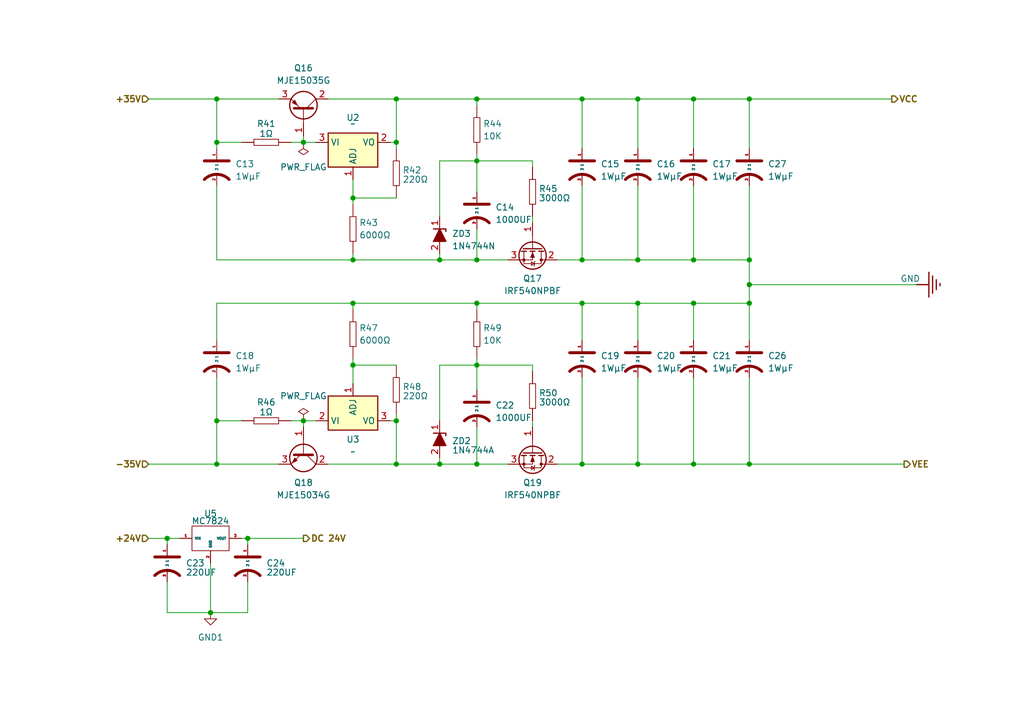
<source format=kicad_sch>
(kicad_sch
	(version 20250114)
	(generator "eeschema")
	(generator_version "9.0")
	(uuid "6a579e69-1267-44fb-b9a2-344a90d417fa")
	(paper "A5")
	(lib_symbols
		(symbol "0.25W_RESISTOR_1"
			(pin_numbers
				(hide yes)
			)
			(pin_names
				(hide yes)
			)
			(exclude_from_sim no)
			(in_bom yes)
			(on_board yes)
			(property "Reference" "R"
				(at 5.334 -2.54 0)
				(effects
					(font
						(size 1.27 1.27)
					)
				)
			)
			(property "Value" ""
				(at 0 0 0)
				(effects
					(font
						(size 1.27 1.27)
					)
				)
			)
			(property "Footprint" ""
				(at 0 0 0)
				(effects
					(font
						(size 1.27 1.27)
					)
					(hide yes)
				)
			)
			(property "Datasheet" ""
				(at 0 0 0)
				(effects
					(font
						(size 1.27 1.27)
					)
					(hide yes)
				)
			)
			(property "Description" ""
				(at 0 0 0)
				(effects
					(font
						(size 1.27 1.27)
					)
					(hide yes)
				)
			)
			(symbol "0.25W_RESISTOR_1_0_1"
				(rectangle
					(start -2.54 0.635)
					(end 2.54 -0.635)
					(stroke
						(width 0)
						(type default)
					)
					(fill
						(type none)
					)
				)
			)
			(symbol "0.25W_RESISTOR_1_1_1"
				(pin passive line
					(at -5.08 0 0)
					(length 2.54)
					(name "1"
						(effects
							(font
								(size 0.8 0.8)
							)
						)
					)
					(number "1"
						(effects
							(font
								(size 1.27 1.27)
							)
						)
					)
				)
				(pin passive line
					(at 5.08 0 180)
					(length 2.54)
					(name "2"
						(effects
							(font
								(size 0.8 0.8)
							)
						)
					)
					(number "2"
						(effects
							(font
								(size 1.27 1.27)
							)
						)
					)
				)
			)
			(embedded_fonts no)
		)
		(symbol "0.25W_RESISTOR_2"
			(pin_numbers
				(hide yes)
			)
			(pin_names
				(hide yes)
			)
			(exclude_from_sim no)
			(in_bom yes)
			(on_board yes)
			(property "Reference" "R"
				(at 5.334 -2.54 0)
				(effects
					(font
						(size 1.27 1.27)
					)
				)
			)
			(property "Value" ""
				(at 0 0 0)
				(effects
					(font
						(size 1.27 1.27)
					)
				)
			)
			(property "Footprint" ""
				(at 0 0 0)
				(effects
					(font
						(size 1.27 1.27)
					)
					(hide yes)
				)
			)
			(property "Datasheet" ""
				(at 0 0 0)
				(effects
					(font
						(size 1.27 1.27)
					)
					(hide yes)
				)
			)
			(property "Description" ""
				(at 0 0 0)
				(effects
					(font
						(size 1.27 1.27)
					)
					(hide yes)
				)
			)
			(symbol "0.25W_RESISTOR_2_0_1"
				(rectangle
					(start -2.54 0.635)
					(end 2.54 -0.635)
					(stroke
						(width 0)
						(type default)
					)
					(fill
						(type none)
					)
				)
			)
			(symbol "0.25W_RESISTOR_2_1_1"
				(pin passive line
					(at -5.08 0 0)
					(length 2.54)
					(name "1"
						(effects
							(font
								(size 0.8 0.8)
							)
						)
					)
					(number "1"
						(effects
							(font
								(size 1.27 1.27)
							)
						)
					)
				)
				(pin passive line
					(at 5.08 0 180)
					(length 2.54)
					(name "2"
						(effects
							(font
								(size 0.8 0.8)
							)
						)
					)
					(number "2"
						(effects
							(font
								(size 1.27 1.27)
							)
						)
					)
				)
			)
			(embedded_fonts no)
		)
		(symbol "0.25W_RESISTOR_3"
			(pin_numbers
				(hide yes)
			)
			(pin_names
				(hide yes)
			)
			(exclude_from_sim no)
			(in_bom yes)
			(on_board yes)
			(property "Reference" "R"
				(at 5.334 -2.54 0)
				(effects
					(font
						(size 1.27 1.27)
					)
				)
			)
			(property "Value" ""
				(at 0 0 0)
				(effects
					(font
						(size 1.27 1.27)
					)
				)
			)
			(property "Footprint" ""
				(at 0 0 0)
				(effects
					(font
						(size 1.27 1.27)
					)
					(hide yes)
				)
			)
			(property "Datasheet" ""
				(at 0 0 0)
				(effects
					(font
						(size 1.27 1.27)
					)
					(hide yes)
				)
			)
			(property "Description" ""
				(at 0 0 0)
				(effects
					(font
						(size 1.27 1.27)
					)
					(hide yes)
				)
			)
			(symbol "0.25W_RESISTOR_3_0_1"
				(rectangle
					(start -2.54 0.635)
					(end 2.54 -0.635)
					(stroke
						(width 0)
						(type default)
					)
					(fill
						(type none)
					)
				)
			)
			(symbol "0.25W_RESISTOR_3_1_1"
				(pin passive line
					(at -5.08 0 0)
					(length 2.54)
					(name "1"
						(effects
							(font
								(size 0.8 0.8)
							)
						)
					)
					(number "1"
						(effects
							(font
								(size 1.27 1.27)
							)
						)
					)
				)
				(pin passive line
					(at 5.08 0 180)
					(length 2.54)
					(name "2"
						(effects
							(font
								(size 0.8 0.8)
							)
						)
					)
					(number "2"
						(effects
							(font
								(size 1.27 1.27)
							)
						)
					)
				)
			)
			(embedded_fonts no)
		)
		(symbol "0.25W_RESISTOR_4"
			(pin_numbers
				(hide yes)
			)
			(pin_names
				(hide yes)
			)
			(exclude_from_sim no)
			(in_bom yes)
			(on_board yes)
			(property "Reference" "R"
				(at 5.334 -2.54 0)
				(effects
					(font
						(size 1.27 1.27)
					)
				)
			)
			(property "Value" ""
				(at 0 0 0)
				(effects
					(font
						(size 1.27 1.27)
					)
				)
			)
			(property "Footprint" ""
				(at 0 0 0)
				(effects
					(font
						(size 1.27 1.27)
					)
					(hide yes)
				)
			)
			(property "Datasheet" ""
				(at 0 0 0)
				(effects
					(font
						(size 1.27 1.27)
					)
					(hide yes)
				)
			)
			(property "Description" ""
				(at 0 0 0)
				(effects
					(font
						(size 1.27 1.27)
					)
					(hide yes)
				)
			)
			(symbol "0.25W_RESISTOR_4_0_1"
				(rectangle
					(start -2.54 0.635)
					(end 2.54 -0.635)
					(stroke
						(width 0)
						(type default)
					)
					(fill
						(type none)
					)
				)
			)
			(symbol "0.25W_RESISTOR_4_1_1"
				(pin passive line
					(at -5.08 0 0)
					(length 2.54)
					(name "1"
						(effects
							(font
								(size 0.8 0.8)
							)
						)
					)
					(number "1"
						(effects
							(font
								(size 1.27 1.27)
							)
						)
					)
				)
				(pin passive line
					(at 5.08 0 180)
					(length 2.54)
					(name "2"
						(effects
							(font
								(size 0.8 0.8)
							)
						)
					)
					(number "2"
						(effects
							(font
								(size 1.27 1.27)
							)
						)
					)
				)
			)
			(embedded_fonts no)
		)
		(symbol "0.25W_RESISTOR_5"
			(pin_numbers
				(hide yes)
			)
			(pin_names
				(hide yes)
			)
			(exclude_from_sim no)
			(in_bom yes)
			(on_board yes)
			(property "Reference" "R"
				(at 5.334 -2.54 0)
				(effects
					(font
						(size 1.27 1.27)
					)
				)
			)
			(property "Value" ""
				(at 0 0 0)
				(effects
					(font
						(size 1.27 1.27)
					)
				)
			)
			(property "Footprint" ""
				(at 0 0 0)
				(effects
					(font
						(size 1.27 1.27)
					)
					(hide yes)
				)
			)
			(property "Datasheet" ""
				(at 0 0 0)
				(effects
					(font
						(size 1.27 1.27)
					)
					(hide yes)
				)
			)
			(property "Description" ""
				(at 0 0 0)
				(effects
					(font
						(size 1.27 1.27)
					)
					(hide yes)
				)
			)
			(symbol "0.25W_RESISTOR_5_0_1"
				(rectangle
					(start -2.54 0.635)
					(end 2.54 -0.635)
					(stroke
						(width 0)
						(type default)
					)
					(fill
						(type none)
					)
				)
			)
			(symbol "0.25W_RESISTOR_5_1_1"
				(pin passive line
					(at -5.08 0 0)
					(length 2.54)
					(name "1"
						(effects
							(font
								(size 0.8 0.8)
							)
						)
					)
					(number "1"
						(effects
							(font
								(size 1.27 1.27)
							)
						)
					)
				)
				(pin passive line
					(at 5.08 0 180)
					(length 2.54)
					(name "2"
						(effects
							(font
								(size 0.8 0.8)
							)
						)
					)
					(number "2"
						(effects
							(font
								(size 1.27 1.27)
							)
						)
					)
				)
			)
			(embedded_fonts no)
		)
		(symbol "0.25W_RESISTOR_6"
			(pin_numbers
				(hide yes)
			)
			(pin_names
				(hide yes)
			)
			(exclude_from_sim no)
			(in_bom yes)
			(on_board yes)
			(property "Reference" "R"
				(at 5.334 -2.54 0)
				(effects
					(font
						(size 1.27 1.27)
					)
				)
			)
			(property "Value" ""
				(at 0 0 0)
				(effects
					(font
						(size 1.27 1.27)
					)
				)
			)
			(property "Footprint" ""
				(at 0 0 0)
				(effects
					(font
						(size 1.27 1.27)
					)
					(hide yes)
				)
			)
			(property "Datasheet" ""
				(at 0 0 0)
				(effects
					(font
						(size 1.27 1.27)
					)
					(hide yes)
				)
			)
			(property "Description" ""
				(at 0 0 0)
				(effects
					(font
						(size 1.27 1.27)
					)
					(hide yes)
				)
			)
			(symbol "0.25W_RESISTOR_6_0_1"
				(rectangle
					(start -2.54 0.635)
					(end 2.54 -0.635)
					(stroke
						(width 0)
						(type default)
					)
					(fill
						(type none)
					)
				)
			)
			(symbol "0.25W_RESISTOR_6_1_1"
				(pin passive line
					(at -5.08 0 0)
					(length 2.54)
					(name "1"
						(effects
							(font
								(size 0.8 0.8)
							)
						)
					)
					(number "1"
						(effects
							(font
								(size 1.27 1.27)
							)
						)
					)
				)
				(pin passive line
					(at 5.08 0 180)
					(length 2.54)
					(name "2"
						(effects
							(font
								(size 0.8 0.8)
							)
						)
					)
					(number "2"
						(effects
							(font
								(size 1.27 1.27)
							)
						)
					)
				)
			)
			(embedded_fonts no)
		)
		(symbol "0.25W_RESISTOR_7"
			(pin_numbers
				(hide yes)
			)
			(pin_names
				(hide yes)
			)
			(exclude_from_sim no)
			(in_bom yes)
			(on_board yes)
			(property "Reference" "R"
				(at 5.334 -2.54 0)
				(effects
					(font
						(size 1.27 1.27)
					)
				)
			)
			(property "Value" ""
				(at 0 0 0)
				(effects
					(font
						(size 1.27 1.27)
					)
				)
			)
			(property "Footprint" ""
				(at 0 0 0)
				(effects
					(font
						(size 1.27 1.27)
					)
					(hide yes)
				)
			)
			(property "Datasheet" ""
				(at 0 0 0)
				(effects
					(font
						(size 1.27 1.27)
					)
					(hide yes)
				)
			)
			(property "Description" ""
				(at 0 0 0)
				(effects
					(font
						(size 1.27 1.27)
					)
					(hide yes)
				)
			)
			(symbol "0.25W_RESISTOR_7_0_1"
				(rectangle
					(start -2.54 0.635)
					(end 2.54 -0.635)
					(stroke
						(width 0)
						(type default)
					)
					(fill
						(type none)
					)
				)
			)
			(symbol "0.25W_RESISTOR_7_1_1"
				(pin passive line
					(at -5.08 0 0)
					(length 2.54)
					(name "1"
						(effects
							(font
								(size 0.8 0.8)
							)
						)
					)
					(number "1"
						(effects
							(font
								(size 1.27 1.27)
							)
						)
					)
				)
				(pin passive line
					(at 5.08 0 180)
					(length 2.54)
					(name "2"
						(effects
							(font
								(size 0.8 0.8)
							)
						)
					)
					(number "2"
						(effects
							(font
								(size 1.27 1.27)
							)
						)
					)
				)
			)
			(embedded_fonts no)
		)
		(symbol "0.25W_RESISTOR_8"
			(pin_numbers
				(hide yes)
			)
			(pin_names
				(hide yes)
			)
			(exclude_from_sim no)
			(in_bom yes)
			(on_board yes)
			(property "Reference" "R"
				(at 5.334 -2.54 0)
				(effects
					(font
						(size 1.27 1.27)
					)
				)
			)
			(property "Value" ""
				(at 0 0 0)
				(effects
					(font
						(size 1.27 1.27)
					)
				)
			)
			(property "Footprint" ""
				(at 0 0 0)
				(effects
					(font
						(size 1.27 1.27)
					)
					(hide yes)
				)
			)
			(property "Datasheet" ""
				(at 0 0 0)
				(effects
					(font
						(size 1.27 1.27)
					)
					(hide yes)
				)
			)
			(property "Description" ""
				(at 0 0 0)
				(effects
					(font
						(size 1.27 1.27)
					)
					(hide yes)
				)
			)
			(symbol "0.25W_RESISTOR_8_0_1"
				(rectangle
					(start -2.54 0.635)
					(end 2.54 -0.635)
					(stroke
						(width 0)
						(type default)
					)
					(fill
						(type none)
					)
				)
			)
			(symbol "0.25W_RESISTOR_8_1_1"
				(pin passive line
					(at -5.08 0 0)
					(length 2.54)
					(name "1"
						(effects
							(font
								(size 0.8 0.8)
							)
						)
					)
					(number "1"
						(effects
							(font
								(size 1.27 1.27)
							)
						)
					)
				)
				(pin passive line
					(at 5.08 0 180)
					(length 2.54)
					(name "2"
						(effects
							(font
								(size 0.8 0.8)
							)
						)
					)
					(number "2"
						(effects
							(font
								(size 1.27 1.27)
							)
						)
					)
				)
			)
			(embedded_fonts no)
		)
		(symbol "0.25W_RESISTOR_9"
			(pin_numbers
				(hide yes)
			)
			(pin_names
				(hide yes)
			)
			(exclude_from_sim no)
			(in_bom yes)
			(on_board yes)
			(property "Reference" "R"
				(at 5.334 -2.54 0)
				(effects
					(font
						(size 1.27 1.27)
					)
				)
			)
			(property "Value" ""
				(at 0 0 0)
				(effects
					(font
						(size 1.27 1.27)
					)
				)
			)
			(property "Footprint" ""
				(at 0 0 0)
				(effects
					(font
						(size 1.27 1.27)
					)
					(hide yes)
				)
			)
			(property "Datasheet" ""
				(at 0 0 0)
				(effects
					(font
						(size 1.27 1.27)
					)
					(hide yes)
				)
			)
			(property "Description" ""
				(at 0 0 0)
				(effects
					(font
						(size 1.27 1.27)
					)
					(hide yes)
				)
			)
			(symbol "0.25W_RESISTOR_9_0_1"
				(rectangle
					(start -2.54 0.635)
					(end 2.54 -0.635)
					(stroke
						(width 0)
						(type default)
					)
					(fill
						(type none)
					)
				)
			)
			(symbol "0.25W_RESISTOR_9_1_1"
				(pin passive line
					(at -5.08 0 0)
					(length 2.54)
					(name "1"
						(effects
							(font
								(size 0.8 0.8)
							)
						)
					)
					(number "1"
						(effects
							(font
								(size 1.27 1.27)
							)
						)
					)
				)
				(pin passive line
					(at 5.08 0 180)
					(length 2.54)
					(name "2"
						(effects
							(font
								(size 0.8 0.8)
							)
						)
					)
					(number "2"
						(effects
							(font
								(size 1.27 1.27)
							)
						)
					)
				)
			)
			(embedded_fonts no)
		)
		(symbol "1N4744A_1"
			(pin_names
				(hide yes)
			)
			(exclude_from_sim no)
			(in_bom yes)
			(on_board yes)
			(property "Reference" "ZD"
				(at 0 -2.794 0)
				(effects
					(font
						(size 1.27 1.27)
					)
				)
			)
			(property "Value" ""
				(at 0 0 0)
				(effects
					(font
						(size 1.27 1.27)
					)
				)
			)
			(property "Footprint" ""
				(at 0 0 0)
				(effects
					(font
						(size 1.27 1.27)
					)
					(hide yes)
				)
			)
			(property "Datasheet" ""
				(at 0 0 0)
				(effects
					(font
						(size 1.27 1.27)
					)
					(hide yes)
				)
			)
			(property "Description" "ZENER D 15V"
				(at 0 -4.826 0)
				(effects
					(font
						(size 1.27 1.27)
					)
					(hide yes)
				)
			)
			(symbol "1N4744A_1_0_1"
				(polyline
					(pts
						(xy -1.27 -1.27) (xy -1.27 1.27) (xy -0.762 1.27)
					)
					(stroke
						(width 0.254)
						(type default)
					)
					(fill
						(type none)
					)
				)
				(polyline
					(pts
						(xy 1.27 0) (xy -1.27 0)
					)
					(stroke
						(width 0)
						(type default)
					)
					(fill
						(type none)
					)
				)
				(polyline
					(pts
						(xy 1.27 -1.27) (xy 1.27 1.27) (xy -1.27 0) (xy 1.27 -1.27)
					)
					(stroke
						(width 0.254)
						(type default)
					)
					(fill
						(type outline)
					)
				)
			)
			(symbol "1N4744A_1_1_1"
				(pin passive line
					(at -3.81 0 0)
					(length 2.54)
					(name "K"
						(effects
							(font
								(size 1.27 1.27)
							)
						)
					)
					(number "1"
						(effects
							(font
								(size 1.27 1.27)
							)
						)
					)
				)
				(pin passive line
					(at 3.81 0 180)
					(length 2.54)
					(name "A"
						(effects
							(font
								(size 1.27 1.27)
							)
						)
					)
					(number "2"
						(effects
							(font
								(size 1.27 1.27)
							)
						)
					)
				)
			)
			(embedded_fonts no)
		)
		(symbol "IRF540NPBF_1"
			(pin_names
				(hide yes)
			)
			(exclude_from_sim no)
			(in_bom yes)
			(on_board yes)
			(property "Reference" "Q"
				(at 5.842 2.032 0)
				(effects
					(font
						(size 1.27 1.27)
					)
				)
			)
			(property "Value" "IRF540NPBF"
				(at 10.922 0 0)
				(effects
					(font
						(size 1.27 1.27)
					)
				)
			)
			(property "Footprint" ""
				(at 0 0 0)
				(effects
					(font
						(size 1.27 1.27)
					)
					(hide yes)
				)
			)
			(property "Datasheet" ""
				(at 0 0 0)
				(effects
					(font
						(size 1.27 1.27)
					)
					(hide yes)
				)
			)
			(property "Description" "N沟道"
				(at 7.874 -1.778 0)
				(effects
					(font
						(size 1.27 1.27)
					)
					(hide yes)
				)
			)
			(symbol "IRF540NPBF_1_0_1"
				(polyline
					(pts
						(xy 0.254 1.905) (xy 0.254 -1.905)
					)
					(stroke
						(width 0.254)
						(type default)
					)
					(fill
						(type none)
					)
				)
				(polyline
					(pts
						(xy 0.254 0) (xy -2.54 0)
					)
					(stroke
						(width 0)
						(type default)
					)
					(fill
						(type none)
					)
				)
				(polyline
					(pts
						(xy 0.762 2.286) (xy 0.762 1.27)
					)
					(stroke
						(width 0.254)
						(type default)
					)
					(fill
						(type none)
					)
				)
				(polyline
					(pts
						(xy 0.762 0.508) (xy 0.762 -0.508)
					)
					(stroke
						(width 0.254)
						(type default)
					)
					(fill
						(type none)
					)
				)
				(polyline
					(pts
						(xy 0.762 -1.27) (xy 0.762 -2.286)
					)
					(stroke
						(width 0.254)
						(type default)
					)
					(fill
						(type none)
					)
				)
				(polyline
					(pts
						(xy 0.762 -1.778) (xy 3.302 -1.778) (xy 3.302 1.778) (xy 0.762 1.778)
					)
					(stroke
						(width 0)
						(type default)
					)
					(fill
						(type none)
					)
				)
				(polyline
					(pts
						(xy 1.016 0) (xy 2.032 0.381) (xy 2.032 -0.381) (xy 1.016 0)
					)
					(stroke
						(width 0)
						(type default)
					)
					(fill
						(type outline)
					)
				)
				(circle
					(center 1.651 0)
					(radius 2.794)
					(stroke
						(width 0.254)
						(type default)
					)
					(fill
						(type none)
					)
				)
				(polyline
					(pts
						(xy 2.54 2.54) (xy 2.54 1.778)
					)
					(stroke
						(width 0)
						(type default)
					)
					(fill
						(type none)
					)
				)
				(circle
					(center 2.54 1.778)
					(radius 0.254)
					(stroke
						(width 0)
						(type default)
					)
					(fill
						(type outline)
					)
				)
				(circle
					(center 2.54 -1.778)
					(radius 0.254)
					(stroke
						(width 0)
						(type default)
					)
					(fill
						(type outline)
					)
				)
				(polyline
					(pts
						(xy 2.54 -2.54) (xy 2.54 0) (xy 0.762 0)
					)
					(stroke
						(width 0)
						(type default)
					)
					(fill
						(type none)
					)
				)
				(polyline
					(pts
						(xy 2.794 0.508) (xy 2.921 0.381) (xy 3.683 0.381) (xy 3.81 0.254)
					)
					(stroke
						(width 0)
						(type default)
					)
					(fill
						(type none)
					)
				)
				(polyline
					(pts
						(xy 3.302 0.381) (xy 2.921 -0.254) (xy 3.683 -0.254) (xy 3.302 0.381)
					)
					(stroke
						(width 0)
						(type default)
					)
					(fill
						(type none)
					)
				)
			)
			(symbol "IRF540NPBF_1_1_1"
				(pin input line
					(at -5.08 0 0)
					(length 2.54)
					(name "G"
						(effects
							(font
								(size 1.27 1.27)
							)
						)
					)
					(number "1"
						(effects
							(font
								(size 1.27 1.27)
							)
						)
					)
				)
				(pin passive line
					(at 2.54 5.08 270)
					(length 2.54)
					(name "D"
						(effects
							(font
								(size 1.27 1.27)
							)
						)
					)
					(number "2"
						(effects
							(font
								(size 1.27 1.27)
							)
						)
					)
				)
				(pin passive line
					(at 2.54 -5.08 90)
					(length 2.54)
					(name "S"
						(effects
							(font
								(size 1.27 1.27)
							)
						)
					)
					(number "3"
						(effects
							(font
								(size 1.27 1.27)
							)
						)
					)
				)
			)
			(embedded_fonts no)
		)
		(symbol "New_Library:0.25W_RESISTOR"
			(pin_numbers
				(hide yes)
			)
			(pin_names
				(hide yes)
			)
			(exclude_from_sim no)
			(in_bom yes)
			(on_board yes)
			(property "Reference" "R"
				(at 5.334 -2.54 0)
				(effects
					(font
						(size 1.27 1.27)
					)
				)
			)
			(property "Value" ""
				(at 0 0 0)
				(effects
					(font
						(size 1.27 1.27)
					)
				)
			)
			(property "Footprint" ""
				(at 0 0 0)
				(effects
					(font
						(size 1.27 1.27)
					)
					(hide yes)
				)
			)
			(property "Datasheet" ""
				(at 0 0 0)
				(effects
					(font
						(size 1.27 1.27)
					)
					(hide yes)
				)
			)
			(property "Description" ""
				(at 0 0 0)
				(effects
					(font
						(size 1.27 1.27)
					)
					(hide yes)
				)
			)
			(symbol "0.25W_RESISTOR_0_1"
				(rectangle
					(start -2.54 0.635)
					(end 2.54 -0.635)
					(stroke
						(width 0)
						(type default)
					)
					(fill
						(type none)
					)
				)
			)
			(symbol "0.25W_RESISTOR_1_1"
				(pin passive line
					(at -5.08 0 0)
					(length 2.54)
					(name "1"
						(effects
							(font
								(size 0.8 0.8)
							)
						)
					)
					(number "1"
						(effects
							(font
								(size 1.27 1.27)
							)
						)
					)
				)
				(pin passive line
					(at 5.08 0 180)
					(length 2.54)
					(name "2"
						(effects
							(font
								(size 0.8 0.8)
							)
						)
					)
					(number "2"
						(effects
							(font
								(size 1.27 1.27)
							)
						)
					)
				)
			)
			(embedded_fonts no)
		)
		(symbol "New_Library:1N4744A"
			(pin_names
				(hide yes)
			)
			(exclude_from_sim no)
			(in_bom yes)
			(on_board yes)
			(property "Reference" "ZD"
				(at 0 -2.794 0)
				(effects
					(font
						(size 1.27 1.27)
					)
				)
			)
			(property "Value" ""
				(at 0 0 0)
				(effects
					(font
						(size 1.27 1.27)
					)
				)
			)
			(property "Footprint" ""
				(at 0 0 0)
				(effects
					(font
						(size 1.27 1.27)
					)
					(hide yes)
				)
			)
			(property "Datasheet" ""
				(at 0 0 0)
				(effects
					(font
						(size 1.27 1.27)
					)
					(hide yes)
				)
			)
			(property "Description" "ZENER D 15V"
				(at 0 -4.826 0)
				(effects
					(font
						(size 1.27 1.27)
					)
					(hide yes)
				)
			)
			(symbol "1N4744A_0_1"
				(polyline
					(pts
						(xy -1.27 -1.27) (xy -1.27 1.27) (xy -0.762 1.27)
					)
					(stroke
						(width 0.254)
						(type default)
					)
					(fill
						(type none)
					)
				)
				(polyline
					(pts
						(xy 1.27 0) (xy -1.27 0)
					)
					(stroke
						(width 0)
						(type default)
					)
					(fill
						(type none)
					)
				)
				(polyline
					(pts
						(xy 1.27 -1.27) (xy 1.27 1.27) (xy -1.27 0) (xy 1.27 -1.27)
					)
					(stroke
						(width 0.254)
						(type default)
					)
					(fill
						(type outline)
					)
				)
			)
			(symbol "1N4744A_1_1"
				(pin passive line
					(at -3.81 0 0)
					(length 2.54)
					(name "K"
						(effects
							(font
								(size 1.27 1.27)
							)
						)
					)
					(number "1"
						(effects
							(font
								(size 1.27 1.27)
							)
						)
					)
				)
				(pin passive line
					(at 3.81 0 180)
					(length 2.54)
					(name "A"
						(effects
							(font
								(size 1.27 1.27)
							)
						)
					)
					(number "2"
						(effects
							(font
								(size 1.27 1.27)
							)
						)
					)
				)
			)
			(embedded_fonts no)
		)
		(symbol "New_Library:1WUF_HORN_CAP"
			(exclude_from_sim no)
			(in_bom yes)
			(on_board yes)
			(property "Reference" "C"
				(at 0 3.81 0)
				(effects
					(font
						(size 1.27 1.27)
					)
				)
			)
			(property "Value" "1WμF"
				(at 0 -4.064 0)
				(effects
					(font
						(size 1.27 1.27)
					)
				)
			)
			(property "Footprint" ""
				(at 0 0 0)
				(effects
					(font
						(size 1.27 1.27)
					)
					(hide yes)
				)
			)
			(property "Datasheet" ""
				(at 0 0 0)
				(effects
					(font
						(size 1.27 1.27)
					)
					(hide yes)
				)
			)
			(property "Description" ""
				(at 0 0 0)
				(effects
					(font
						(size 1.27 1.27)
					)
					(hide yes)
				)
			)
			(symbol "1WUF_HORN_CAP_0_1"
				(polyline
					(pts
						(xy -1.27 2.54) (xy -1.27 2.54)
					)
					(stroke
						(width 0)
						(type default)
					)
					(fill
						(type none)
					)
				)
			)
			(symbol "1WUF_HORN_CAP_1_1"
				(polyline
					(pts
						(xy -1.27 2.54) (xy -1.27 -2.54)
					)
					(stroke
						(width 0.6)
						(type solid)
					)
					(fill
						(type none)
					)
				)
				(arc
					(start 2.54 -2.54)
					(mid 1.4879 0)
					(end 2.54 2.54)
					(stroke
						(width 0.6)
						(type solid)
					)
					(fill
						(type none)
					)
				)
				(pin passive line
					(at -3.81 0 0)
					(length 2.54)
					(name "1"
						(effects
							(font
								(size 0.5 0.5)
							)
						)
					)
					(number "1"
						(effects
							(font
								(size 0.5 0.5)
							)
						)
					)
				)
				(pin passive line
					(at 3.81 0 180)
					(length 2.54)
					(name "2"
						(effects
							(font
								(size 0.5 0.5)
							)
						)
					)
					(number "2"
						(effects
							(font
								(size 0.5 0.5)
							)
						)
					)
				)
			)
			(embedded_fonts no)
		)
		(symbol "New_Library:220UF_50V_CAP"
			(exclude_from_sim no)
			(in_bom yes)
			(on_board yes)
			(property "Reference" "C"
				(at 0 -4.064 0)
				(effects
					(font
						(size 1.27 1.27)
					)
				)
			)
			(property "Value" ""
				(at 0 0 0)
				(effects
					(font
						(size 1.27 1.27)
					)
				)
			)
			(property "Footprint" ""
				(at 0 0 0)
				(effects
					(font
						(size 1.27 1.27)
					)
					(hide yes)
				)
			)
			(property "Datasheet" ""
				(at 0 0 0)
				(effects
					(font
						(size 1.27 1.27)
					)
					(hide yes)
				)
			)
			(property "Description" ""
				(at 0 0 0)
				(effects
					(font
						(size 1.27 1.27)
					)
					(hide yes)
				)
			)
			(symbol "220UF_50V_CAP_0_1"
				(polyline
					(pts
						(xy 0 2.54) (xy 0 2.54)
					)
					(stroke
						(width 0)
						(type default)
					)
					(fill
						(type none)
					)
				)
			)
			(symbol "220UF_50V_CAP_1_1"
				(polyline
					(pts
						(xy -1.27 2.54) (xy -1.27 -2.54)
					)
					(stroke
						(width 0.6)
						(type solid)
					)
					(fill
						(type none)
					)
				)
				(arc
					(start 2.54 -2.54)
					(mid 1.4879 0)
					(end 2.54 2.54)
					(stroke
						(width 0.6)
						(type solid)
					)
					(fill
						(type none)
					)
				)
				(pin passive line
					(at -3.81 0 0)
					(length 2.54)
					(name "1"
						(effects
							(font
								(size 0.5 0.5)
							)
						)
					)
					(number "1"
						(effects
							(font
								(size 0.5 0.5)
							)
						)
					)
				)
				(pin passive line
					(at 3.81 0 180)
					(length 2.54)
					(name "2"
						(effects
							(font
								(size 0.5 0.5)
							)
						)
					)
					(number "2"
						(effects
							(font
								(size 0.5 0.5)
							)
						)
					)
				)
			)
			(embedded_fonts no)
		)
		(symbol "New_Library:IRF540NPBF"
			(pin_names
				(hide yes)
			)
			(exclude_from_sim no)
			(in_bom yes)
			(on_board yes)
			(property "Reference" "Q"
				(at 5.842 2.032 0)
				(effects
					(font
						(size 1.27 1.27)
					)
				)
			)
			(property "Value" "IRF540NPBF"
				(at 10.922 0 0)
				(effects
					(font
						(size 1.27 1.27)
					)
				)
			)
			(property "Footprint" ""
				(at 0 0 0)
				(effects
					(font
						(size 1.27 1.27)
					)
					(hide yes)
				)
			)
			(property "Datasheet" ""
				(at 0 0 0)
				(effects
					(font
						(size 1.27 1.27)
					)
					(hide yes)
				)
			)
			(property "Description" "N沟道"
				(at 7.874 -1.778 0)
				(effects
					(font
						(size 1.27 1.27)
					)
					(hide yes)
				)
			)
			(symbol "IRF540NPBF_0_1"
				(polyline
					(pts
						(xy 0.254 1.905) (xy 0.254 -1.905)
					)
					(stroke
						(width 0.254)
						(type default)
					)
					(fill
						(type none)
					)
				)
				(polyline
					(pts
						(xy 0.254 0) (xy -2.54 0)
					)
					(stroke
						(width 0)
						(type default)
					)
					(fill
						(type none)
					)
				)
				(polyline
					(pts
						(xy 0.762 2.286) (xy 0.762 1.27)
					)
					(stroke
						(width 0.254)
						(type default)
					)
					(fill
						(type none)
					)
				)
				(polyline
					(pts
						(xy 0.762 0.508) (xy 0.762 -0.508)
					)
					(stroke
						(width 0.254)
						(type default)
					)
					(fill
						(type none)
					)
				)
				(polyline
					(pts
						(xy 0.762 -1.27) (xy 0.762 -2.286)
					)
					(stroke
						(width 0.254)
						(type default)
					)
					(fill
						(type none)
					)
				)
				(polyline
					(pts
						(xy 0.762 -1.778) (xy 3.302 -1.778) (xy 3.302 1.778) (xy 0.762 1.778)
					)
					(stroke
						(width 0)
						(type default)
					)
					(fill
						(type none)
					)
				)
				(polyline
					(pts
						(xy 1.016 0) (xy 2.032 0.381) (xy 2.032 -0.381) (xy 1.016 0)
					)
					(stroke
						(width 0)
						(type default)
					)
					(fill
						(type outline)
					)
				)
				(circle
					(center 1.651 0)
					(radius 2.794)
					(stroke
						(width 0.254)
						(type default)
					)
					(fill
						(type none)
					)
				)
				(polyline
					(pts
						(xy 2.54 2.54) (xy 2.54 1.778)
					)
					(stroke
						(width 0)
						(type default)
					)
					(fill
						(type none)
					)
				)
				(circle
					(center 2.54 1.778)
					(radius 0.254)
					(stroke
						(width 0)
						(type default)
					)
					(fill
						(type outline)
					)
				)
				(circle
					(center 2.54 -1.778)
					(radius 0.254)
					(stroke
						(width 0)
						(type default)
					)
					(fill
						(type outline)
					)
				)
				(polyline
					(pts
						(xy 2.54 -2.54) (xy 2.54 0) (xy 0.762 0)
					)
					(stroke
						(width 0)
						(type default)
					)
					(fill
						(type none)
					)
				)
				(polyline
					(pts
						(xy 2.794 0.508) (xy 2.921 0.381) (xy 3.683 0.381) (xy 3.81 0.254)
					)
					(stroke
						(width 0)
						(type default)
					)
					(fill
						(type none)
					)
				)
				(polyline
					(pts
						(xy 3.302 0.381) (xy 2.921 -0.254) (xy 3.683 -0.254) (xy 3.302 0.381)
					)
					(stroke
						(width 0)
						(type default)
					)
					(fill
						(type none)
					)
				)
			)
			(symbol "IRF540NPBF_1_1"
				(pin input line
					(at -5.08 0 0)
					(length 2.54)
					(name "G"
						(effects
							(font
								(size 1.27 1.27)
							)
						)
					)
					(number "1"
						(effects
							(font
								(size 1.27 1.27)
							)
						)
					)
				)
				(pin passive line
					(at 2.54 5.08 270)
					(length 2.54)
					(name "D"
						(effects
							(font
								(size 1.27 1.27)
							)
						)
					)
					(number "2"
						(effects
							(font
								(size 1.27 1.27)
							)
						)
					)
				)
				(pin passive line
					(at 2.54 -5.08 90)
					(length 2.54)
					(name "S"
						(effects
							(font
								(size 1.27 1.27)
							)
						)
					)
					(number "3"
						(effects
							(font
								(size 1.27 1.27)
							)
						)
					)
				)
			)
			(embedded_fonts no)
		)
		(symbol "New_Library:LM317"
			(exclude_from_sim no)
			(in_bom yes)
			(on_board yes)
			(property "Reference" "U"
				(at 0 4.318 0)
				(effects
					(font
						(size 1.27 1.27)
					)
				)
			)
			(property "Value" ""
				(at 0 0 0)
				(effects
					(font
						(size 1.27 1.27)
					)
				)
			)
			(property "Footprint" ""
				(at 0 0 0)
				(effects
					(font
						(size 1.27 1.27)
					)
					(hide yes)
				)
			)
			(property "Datasheet" ""
				(at 0 0 0)
				(effects
					(font
						(size 1.27 1.27)
					)
					(hide yes)
				)
			)
			(property "Description" ""
				(at 0 0 0)
				(effects
					(font
						(size 1.27 1.27)
					)
					(hide yes)
				)
			)
			(symbol "LM317_0_1"
				(rectangle
					(start -5.08 3.175)
					(end 5.08 -3.81)
					(stroke
						(width 0.254)
						(type default)
					)
					(fill
						(type background)
					)
				)
			)
			(symbol "LM317_1_1"
				(pin power_in line
					(at -7.62 1.27 0)
					(length 2.54)
					(name "VI"
						(effects
							(font
								(size 1.27 1.27)
							)
						)
					)
					(number "3"
						(effects
							(font
								(size 1.27 1.27)
							)
						)
					)
				)
				(pin input line
					(at 0 -6.35 90)
					(length 2.54)
					(name "ADJ"
						(effects
							(font
								(size 1.27 1.27)
							)
						)
					)
					(number "1"
						(effects
							(font
								(size 1.27 1.27)
							)
						)
					)
				)
				(pin power_out line
					(at 7.62 1.27 180)
					(length 2.54)
					(name "VO"
						(effects
							(font
								(size 1.27 1.27)
							)
						)
					)
					(number "2"
						(effects
							(font
								(size 1.27 1.27)
							)
						)
					)
				)
			)
			(embedded_fonts no)
		)
		(symbol "New_Library:LM337"
			(exclude_from_sim no)
			(in_bom yes)
			(on_board yes)
			(property "Reference" "U"
				(at 0 -4.572 0)
				(effects
					(font
						(size 1.27 1.27)
					)
				)
			)
			(property "Value" ""
				(at 0 0 0)
				(effects
					(font
						(size 1.27 1.27)
					)
				)
			)
			(property "Footprint" ""
				(at 0 0 0)
				(effects
					(font
						(size 1.27 1.27)
					)
					(hide yes)
				)
			)
			(property "Datasheet" ""
				(at 0 0 0)
				(effects
					(font
						(size 1.27 1.27)
					)
					(hide yes)
				)
			)
			(property "Description" ""
				(at 0 0 0)
				(effects
					(font
						(size 1.27 1.27)
					)
					(hide yes)
				)
			)
			(symbol "LM337_0_1"
				(rectangle
					(start -5.08 3.81)
					(end 5.08 -3.175)
					(stroke
						(width 0.254)
						(type default)
					)
					(fill
						(type background)
					)
				)
			)
			(symbol "LM337_1_1"
				(pin power_in line
					(at -7.62 -1.27 0)
					(length 2.54)
					(name "VI"
						(effects
							(font
								(size 1.27 1.27)
							)
						)
					)
					(number "2"
						(effects
							(font
								(size 1.27 1.27)
							)
						)
					)
				)
				(pin input line
					(at 0 6.35 270)
					(length 2.54)
					(name "ADJ"
						(effects
							(font
								(size 1.27 1.27)
							)
						)
					)
					(number "1"
						(effects
							(font
								(size 1.27 1.27)
							)
						)
					)
				)
				(pin power_out line
					(at 7.62 -1.27 180)
					(length 2.54)
					(name "VO"
						(effects
							(font
								(size 1.27 1.27)
							)
						)
					)
					(number "3"
						(effects
							(font
								(size 1.27 1.27)
							)
						)
					)
				)
			)
			(embedded_fonts no)
		)
		(symbol "New_Library:MC7824CTG"
			(exclude_from_sim no)
			(in_bom yes)
			(on_board yes)
			(property "Reference" "U"
				(at 0 3.556 0)
				(effects
					(font
						(size 1.27 1.27)
					)
				)
			)
			(property "Value" ""
				(at 0 0 0)
				(effects
					(font
						(size 1.27 1.27)
					)
				)
			)
			(property "Footprint" ""
				(at 0 0 0)
				(effects
					(font
						(size 1.27 1.27)
					)
					(hide yes)
				)
			)
			(property "Datasheet" ""
				(at 0 0 0)
				(effects
					(font
						(size 1.27 1.27)
					)
					(hide yes)
				)
			)
			(property "Description" "TO-220 LDO 24V"
				(at 0 5.334 0)
				(effects
					(font
						(size 1.27 1.27)
					)
					(hide yes)
				)
			)
			(symbol "MC7824CTG_0_1"
				(rectangle
					(start -3.81 2.54)
					(end 3.81 -2.54)
					(stroke
						(width 0)
						(type default)
					)
					(fill
						(type none)
					)
				)
			)
			(symbol "MC7824CTG_1_1"
				(pin input line
					(at -6.35 0 0)
					(length 2.54)
					(name "VIN"
						(effects
							(font
								(size 0.508 0.508)
							)
						)
					)
					(number "1"
						(effects
							(font
								(size 0.508 0.508)
							)
						)
					)
				)
				(pin passive line
					(at 0 -5.08 90)
					(length 2.54)
					(name "GND"
						(effects
							(font
								(size 0.508 0.508)
							)
						)
					)
					(number "2"
						(effects
							(font
								(size 0.508 0.508)
							)
						)
					)
				)
				(pin output line
					(at 6.35 0 180)
					(length 2.54)
					(name "VOUT"
						(effects
							(font
								(size 0.508 0.508)
							)
						)
					)
					(number "3"
						(effects
							(font
								(size 0.508 0.508)
							)
						)
					)
				)
			)
			(embedded_fonts no)
		)
		(symbol "New_Library:MJE15034G"
			(pin_names
				(hide yes)
			)
			(exclude_from_sim no)
			(in_bom yes)
			(on_board yes)
			(property "Reference" "Q"
				(at 4.064 3.048 0)
				(effects
					(font
						(size 1.27 1.27)
					)
					(justify left top)
				)
			)
			(property "Value" "MJE15034G"
				(at 4.064 0.508 0)
				(effects
					(font
						(size 1.27 1.27)
					)
					(justify left top)
				)
			)
			(property "Footprint" ""
				(at 16.51 -94.92 0)
				(effects
					(font
						(size 1.27 1.27)
					)
					(justify left top)
					(hide yes)
				)
			)
			(property "Datasheet" ""
				(at 16.51 -194.92 0)
				(effects
					(font
						(size 1.27 1.27)
					)
					(justify left top)
					(hide yes)
				)
			)
			(property "Description" "NPN"
				(at 6.096 -2.286 0)
				(effects
					(font
						(size 1.27 1.27)
					)
					(hide yes)
				)
			)
			(property "Height" ""
				(at 16.51 -394.92 0)
				(effects
					(font
						(size 1.27 1.27)
					)
					(justify left top)
					(hide yes)
				)
			)
			(property "Mouser Part Number" ""
				(at 16.51 -494.92 0)
				(effects
					(font
						(size 1.27 1.27)
					)
					(justify left top)
					(hide yes)
				)
			)
			(property "Mouser Price/Stock" ""
				(at 16.51 -594.92 0)
				(effects
					(font
						(size 1.27 1.27)
					)
					(justify left top)
					(hide yes)
				)
			)
			(property "Manufacturer_Name" "onsemi"
				(at 16.51 -694.92 0)
				(effects
					(font
						(size 1.27 1.27)
					)
					(justify left top)
					(hide yes)
				)
			)
			(property "Manufacturer_Part_Number" "MJE15034G"
				(at 16.51 -794.92 0)
				(effects
					(font
						(size 1.27 1.27)
					)
					(justify left top)
					(hide yes)
				)
			)
			(symbol "MJE15034G_0_1"
				(polyline
					(pts
						(xy -3.81 0) (xy -0.635 0)
					)
					(stroke
						(width 0.1524)
						(type default)
					)
					(fill
						(type none)
					)
				)
				(polyline
					(pts
						(xy -0.635 1.905) (xy -0.635 -1.905) (xy -0.635 -1.905)
					)
					(stroke
						(width 0.508)
						(type default)
					)
					(fill
						(type none)
					)
				)
				(polyline
					(pts
						(xy -0.635 0.635) (xy 1.27 2.54)
					)
					(stroke
						(width 0)
						(type default)
					)
					(fill
						(type none)
					)
				)
				(polyline
					(pts
						(xy -0.635 -0.635) (xy 1.27 -2.54) (xy 1.27 -2.54)
					)
					(stroke
						(width 0)
						(type default)
					)
					(fill
						(type none)
					)
				)
				(circle
					(center 0 0)
					(radius 2.8194)
					(stroke
						(width 0.254)
						(type default)
					)
					(fill
						(type none)
					)
				)
				(polyline
					(pts
						(xy 0 -1.778) (xy 0.508 -1.27) (xy 1.016 -2.286) (xy 0 -1.778) (xy 0 -1.778)
					)
					(stroke
						(width 0)
						(type default)
					)
					(fill
						(type outline)
					)
				)
				(polyline
					(pts
						(xy 1.524 -1.27) (xy 1.524 -1.27)
					)
					(stroke
						(width 0.1524)
						(type default)
					)
					(fill
						(type none)
					)
				)
				(polyline
					(pts
						(xy 1.524 -1.27) (xy 1.524 -1.27)
					)
					(stroke
						(width 0.1524)
						(type default)
					)
					(fill
						(type none)
					)
				)
			)
			(symbol "MJE15034G_1_1"
				(pin passive line
					(at -6.35 0 0)
					(length 2.54)
					(name "B"
						(effects
							(font
								(size 1.27 1.27)
							)
						)
					)
					(number "1"
						(effects
							(font
								(size 1.27 1.27)
							)
						)
					)
				)
				(pin passive line
					(at 1.27 5.08 270)
					(length 2.54)
					(name "C"
						(effects
							(font
								(size 1.27 1.27)
							)
						)
					)
					(number "2"
						(effects
							(font
								(size 1.27 1.27)
							)
						)
					)
				)
				(pin passive line
					(at 1.27 -5.08 90)
					(length 2.54)
					(name "E"
						(effects
							(font
								(size 1.27 1.27)
							)
						)
					)
					(number "3"
						(effects
							(font
								(size 1.27 1.27)
							)
						)
					)
				)
			)
			(embedded_fonts no)
		)
		(symbol "New_Library:MJE15035G"
			(pin_names
				(hide yes)
			)
			(exclude_from_sim no)
			(in_bom yes)
			(on_board yes)
			(property "Reference" "Q"
				(at 4.318 3.048 0)
				(effects
					(font
						(size 1.27 1.27)
					)
					(justify left top)
				)
			)
			(property "Value" "MJE15035G"
				(at 4.318 0.508 0)
				(effects
					(font
						(size 1.27 1.27)
					)
					(justify left top)
				)
			)
			(property "Footprint" ""
				(at 16.51 -94.92 0)
				(effects
					(font
						(size 1.27 1.27)
					)
					(justify left top)
					(hide yes)
				)
			)
			(property "Datasheet" ""
				(at 16.51 -194.92 0)
				(effects
					(font
						(size 1.27 1.27)
					)
					(justify left top)
					(hide yes)
				)
			)
			(property "Description" ""
				(at 0 0 0)
				(effects
					(font
						(size 1.27 1.27)
					)
					(hide yes)
				)
			)
			(property "Height" ""
				(at 16.51 -394.92 0)
				(effects
					(font
						(size 1.27 1.27)
					)
					(justify left top)
					(hide yes)
				)
			)
			(property "Mouser Part Number" ""
				(at 16.51 -494.92 0)
				(effects
					(font
						(size 1.27 1.27)
					)
					(justify left top)
					(hide yes)
				)
			)
			(property "Mouser Price/Stock" ""
				(at 16.51 -594.92 0)
				(effects
					(font
						(size 1.27 1.27)
					)
					(justify left top)
					(hide yes)
				)
			)
			(property "Manufacturer_Name" "onsemi"
				(at 16.51 -694.92 0)
				(effects
					(font
						(size 1.27 1.27)
					)
					(justify left top)
					(hide yes)
				)
			)
			(property "Manufacturer_Part_Number" "MJE15035G"
				(at 16.51 -794.92 0)
				(effects
					(font
						(size 1.27 1.27)
					)
					(justify left top)
					(hide yes)
				)
			)
			(symbol "MJE15035G_0_1"
				(polyline
					(pts
						(xy -3.81 0) (xy -0.635 0)
					)
					(stroke
						(width 0.1524)
						(type default)
					)
					(fill
						(type none)
					)
				)
				(polyline
					(pts
						(xy -0.635 1.905) (xy -0.635 -1.905) (xy -0.635 -1.905)
					)
					(stroke
						(width 0.508)
						(type default)
					)
					(fill
						(type none)
					)
				)
				(polyline
					(pts
						(xy -0.635 0.635) (xy 1.27 2.54)
					)
					(stroke
						(width 0)
						(type default)
					)
					(fill
						(type none)
					)
				)
				(polyline
					(pts
						(xy -0.635 -0.635) (xy 1.27 -2.54) (xy 1.27 -2.54)
					)
					(stroke
						(width 0)
						(type default)
					)
					(fill
						(type none)
					)
				)
				(circle
					(center 0 0)
					(radius 2.8194)
					(stroke
						(width 0.254)
						(type default)
					)
					(fill
						(type none)
					)
				)
				(polyline
					(pts
						(xy 1.016 -1.778) (xy 0.508 -2.286) (xy 0 -1.27) (xy 1.016 -1.778) (xy 1.016 -1.778)
					)
					(stroke
						(width 0)
						(type default)
					)
					(fill
						(type outline)
					)
				)
			)
			(symbol "MJE15035G_1_1"
				(pin passive line
					(at -6.35 0 0)
					(length 2.54)
					(name "B"
						(effects
							(font
								(size 1.27 1.27)
							)
						)
					)
					(number "1"
						(effects
							(font
								(size 1.27 1.27)
							)
						)
					)
				)
				(pin passive line
					(at 1.27 5.08 270)
					(length 2.54)
					(name "C"
						(effects
							(font
								(size 1.27 1.27)
							)
						)
					)
					(number "2"
						(effects
							(font
								(size 1.27 1.27)
							)
						)
					)
				)
				(pin passive line
					(at 1.27 -5.08 90)
					(length 2.54)
					(name "E"
						(effects
							(font
								(size 1.27 1.27)
							)
						)
					)
					(number "3"
						(effects
							(font
								(size 1.27 1.27)
							)
						)
					)
				)
			)
			(embedded_fonts no)
		)
		(symbol "PASS A5功放-altium-import:GND_POWER_GROUND"
			(power)
			(exclude_from_sim no)
			(in_bom yes)
			(on_board yes)
			(property "Reference" "#PWR"
				(at 0 0 0)
				(effects
					(font
						(size 1.27 1.27)
					)
					(hide yes)
				)
			)
			(property "Value" "GND"
				(at 0 -6.35 0)
				(effects
					(font
						(size 1.27 1.27)
					)
				)
			)
			(property "Footprint" ""
				(at 0 0 0)
				(effects
					(font
						(size 1.27 1.27)
					)
					(hide yes)
				)
			)
			(property "Datasheet" ""
				(at 0 0 0)
				(effects
					(font
						(size 1.27 1.27)
					)
					(hide yes)
				)
			)
			(property "Description" "电源符号创建名为 'GND' 的全局标签"
				(at 0 0 0)
				(effects
					(font
						(size 1.27 1.27)
					)
					(hide yes)
				)
			)
			(property "ki_keywords" "power-flag"
				(at 0 0 0)
				(effects
					(font
						(size 1.27 1.27)
					)
					(hide yes)
				)
			)
			(symbol "GND_POWER_GROUND_0_0"
				(polyline
					(pts
						(xy -2.54 -2.54) (xy 2.54 -2.54)
					)
					(stroke
						(width 0.254)
						(type solid)
					)
					(fill
						(type none)
					)
				)
				(polyline
					(pts
						(xy -1.778 -3.302) (xy 1.778 -3.302)
					)
					(stroke
						(width 0.254)
						(type solid)
					)
					(fill
						(type none)
					)
				)
				(polyline
					(pts
						(xy -1.016 -4.064) (xy 1.016 -4.064)
					)
					(stroke
						(width 0.254)
						(type solid)
					)
					(fill
						(type none)
					)
				)
				(polyline
					(pts
						(xy -0.254 -4.826) (xy 0.254 -4.826)
					)
					(stroke
						(width 0.254)
						(type solid)
					)
					(fill
						(type none)
					)
				)
				(polyline
					(pts
						(xy 0 0) (xy 0 -2.54)
					)
					(stroke
						(width 0.254)
						(type solid)
					)
					(fill
						(type none)
					)
				)
				(pin power_in line
					(at 0 0 0)
					(length 0)
					(hide yes)
					(name "GND"
						(effects
							(font
								(size 1.27 1.27)
							)
						)
					)
					(number ""
						(effects
							(font
								(size 1.27 1.27)
							)
						)
					)
				)
			)
			(embedded_fonts no)
		)
		(symbol "power:GND1"
			(power)
			(pin_numbers
				(hide yes)
			)
			(pin_names
				(offset 0)
				(hide yes)
			)
			(exclude_from_sim no)
			(in_bom yes)
			(on_board yes)
			(property "Reference" "#PWR"
				(at 0 -6.35 0)
				(effects
					(font
						(size 1.27 1.27)
					)
					(hide yes)
				)
			)
			(property "Value" "GND1"
				(at 0 -3.81 0)
				(effects
					(font
						(size 1.27 1.27)
					)
				)
			)
			(property "Footprint" ""
				(at 0 0 0)
				(effects
					(font
						(size 1.27 1.27)
					)
					(hide yes)
				)
			)
			(property "Datasheet" ""
				(at 0 0 0)
				(effects
					(font
						(size 1.27 1.27)
					)
					(hide yes)
				)
			)
			(property "Description" "Power symbol creates a global label with name \"GND1\" , ground"
				(at 0 0 0)
				(effects
					(font
						(size 1.27 1.27)
					)
					(hide yes)
				)
			)
			(property "ki_keywords" "global power"
				(at 0 0 0)
				(effects
					(font
						(size 1.27 1.27)
					)
					(hide yes)
				)
			)
			(symbol "GND1_0_1"
				(polyline
					(pts
						(xy 0 0) (xy 0 -1.27) (xy 1.27 -1.27) (xy 0 -2.54) (xy -1.27 -1.27) (xy 0 -1.27)
					)
					(stroke
						(width 0)
						(type default)
					)
					(fill
						(type none)
					)
				)
			)
			(symbol "GND1_1_1"
				(pin power_in line
					(at 0 0 270)
					(length 0)
					(name "~"
						(effects
							(font
								(size 1.27 1.27)
							)
						)
					)
					(number "1"
						(effects
							(font
								(size 1.27 1.27)
							)
						)
					)
				)
			)
			(embedded_fonts no)
		)
		(symbol "power:PWR_FLAG"
			(power)
			(pin_numbers
				(hide yes)
			)
			(pin_names
				(offset 0)
				(hide yes)
			)
			(exclude_from_sim no)
			(in_bom yes)
			(on_board yes)
			(property "Reference" "#FLG"
				(at 0 1.905 0)
				(effects
					(font
						(size 1.27 1.27)
					)
					(hide yes)
				)
			)
			(property "Value" "PWR_FLAG"
				(at 0 3.81 0)
				(effects
					(font
						(size 1.27 1.27)
					)
				)
			)
			(property "Footprint" ""
				(at 0 0 0)
				(effects
					(font
						(size 1.27 1.27)
					)
					(hide yes)
				)
			)
			(property "Datasheet" "~"
				(at 0 0 0)
				(effects
					(font
						(size 1.27 1.27)
					)
					(hide yes)
				)
			)
			(property "Description" "Special symbol for telling ERC where power comes from"
				(at 0 0 0)
				(effects
					(font
						(size 1.27 1.27)
					)
					(hide yes)
				)
			)
			(property "ki_keywords" "flag power"
				(at 0 0 0)
				(effects
					(font
						(size 1.27 1.27)
					)
					(hide yes)
				)
			)
			(symbol "PWR_FLAG_0_0"
				(pin power_out line
					(at 0 0 90)
					(length 0)
					(name "~"
						(effects
							(font
								(size 1.27 1.27)
							)
						)
					)
					(number "1"
						(effects
							(font
								(size 1.27 1.27)
							)
						)
					)
				)
			)
			(symbol "PWR_FLAG_0_1"
				(polyline
					(pts
						(xy 0 0) (xy 0 1.27) (xy -1.016 1.905) (xy 0 2.54) (xy 1.016 1.905) (xy 0 1.27)
					)
					(stroke
						(width 0)
						(type default)
					)
					(fill
						(type none)
					)
				)
			)
			(embedded_fonts no)
		)
	)
	(junction
		(at 72.39 53.34)
		(diameter 0)
		(color 0 0 0 0)
		(uuid "0924ee3c-3355-4e0e-8b35-770f07ba61bc")
	)
	(junction
		(at 44.45 86.36)
		(diameter 0)
		(color 0 0 0 0)
		(uuid "0ea7e106-52fd-4d30-9387-917199f187eb")
	)
	(junction
		(at 97.79 20.32)
		(diameter 0)
		(color 0 0 0 0)
		(uuid "25399064-3b1d-4729-8734-ab9add693685")
	)
	(junction
		(at 142.24 62.23)
		(diameter 0)
		(color 0 0 0 0)
		(uuid "2607ef26-a0c0-4873-a0fc-37b9ba6934a2")
	)
	(junction
		(at 44.45 29.21)
		(diameter 0)
		(color 0 0 0 0)
		(uuid "2e533631-1641-491d-8c65-989bbf8eec17")
	)
	(junction
		(at 81.28 20.32)
		(diameter 0)
		(color 0 0 0 0)
		(uuid "308452ac-3b4f-4cd7-a280-5a0ba71704d0")
	)
	(junction
		(at 153.67 53.34)
		(diameter 0)
		(color 0 0 0 0)
		(uuid "32b0e979-d5ca-4a9a-9e56-2a249fabf823")
	)
	(junction
		(at 97.79 53.34)
		(diameter 0)
		(color 0 0 0 0)
		(uuid "3a5012e8-9265-4a58-9385-a7f42761b637")
	)
	(junction
		(at 119.38 53.34)
		(diameter 0)
		(color 0 0 0 0)
		(uuid "3d881eed-0273-4b7c-8c68-2cbf89e2aa97")
	)
	(junction
		(at 97.79 33.02)
		(diameter 0)
		(color 0 0 0 0)
		(uuid "4844798f-ebb2-4865-8b88-b6f7b1b7317f")
	)
	(junction
		(at 44.45 20.32)
		(diameter 0)
		(color 0 0 0 0)
		(uuid "54d38fbf-4612-4a55-9f86-5391ec23c2c5")
	)
	(junction
		(at 50.8 110.49)
		(diameter 0)
		(color 0 0 0 0)
		(uuid "5936d074-44dd-459c-9bab-8a5a86472433")
	)
	(junction
		(at 44.45 95.25)
		(diameter 0)
		(color 0 0 0 0)
		(uuid "5d6a0084-8b9c-4ade-8095-25af3133c3ad")
	)
	(junction
		(at 90.17 53.34)
		(diameter 0)
		(color 0 0 0 0)
		(uuid "676f6499-37ec-4928-bfd2-b19587f0526c")
	)
	(junction
		(at 142.24 53.34)
		(diameter 0)
		(color 0 0 0 0)
		(uuid "6a22ddd9-b248-4813-89bb-82e4d5405df6")
	)
	(junction
		(at 90.17 95.25)
		(diameter 0)
		(color 0 0 0 0)
		(uuid "79706908-e14b-4cc8-8493-aa2d725efc48")
	)
	(junction
		(at 97.79 74.93)
		(diameter 0)
		(color 0 0 0 0)
		(uuid "7d3cdada-8330-44de-ab35-d87eeaa68496")
	)
	(junction
		(at 130.81 20.32)
		(diameter 0)
		(color 0 0 0 0)
		(uuid "81a8f9f7-7e8a-4755-997d-13f8d9dc8106")
	)
	(junction
		(at 62.23 86.36)
		(diameter 0)
		(color 0 0 0 0)
		(uuid "84b02501-8319-416c-a423-006a0cf31662")
	)
	(junction
		(at 81.28 29.21)
		(diameter 0)
		(color 0 0 0 0)
		(uuid "888e4163-2591-43d9-bd56-687de1dbb557")
	)
	(junction
		(at 153.67 58.42)
		(diameter 0)
		(color 0 0 0 0)
		(uuid "8d136b0e-c917-41e2-bb18-4300882cc151")
	)
	(junction
		(at 130.81 95.25)
		(diameter 0)
		(color 0 0 0 0)
		(uuid "95484be0-dc89-492a-b810-8d07dd603924")
	)
	(junction
		(at 72.39 40.64)
		(diameter 0)
		(color 0 0 0 0)
		(uuid "9868b9e6-ede5-4f4b-b171-7f7de10866d8")
	)
	(junction
		(at 81.28 86.36)
		(diameter 0)
		(color 0 0 0 0)
		(uuid "9d1aebef-90c2-4741-93c8-87624cae65cb")
	)
	(junction
		(at 119.38 62.23)
		(diameter 0)
		(color 0 0 0 0)
		(uuid "acfe8ab8-4c89-4515-b816-0c6e7000d401")
	)
	(junction
		(at 119.38 95.25)
		(diameter 0)
		(color 0 0 0 0)
		(uuid "b2b1bf2f-2bd8-4d5f-b759-b510e9ae4c1e")
	)
	(junction
		(at 153.67 95.25)
		(diameter 0)
		(color 0 0 0 0)
		(uuid "b80b0bf0-ef0c-45cf-87da-1d486e0382d6")
	)
	(junction
		(at 153.67 20.32)
		(diameter 0)
		(color 0 0 0 0)
		(uuid "bb9909ac-3b27-4449-b0f5-e5784197a49f")
	)
	(junction
		(at 130.81 62.23)
		(diameter 0)
		(color 0 0 0 0)
		(uuid "bc283a9b-590b-480a-a151-31c8ba951cda")
	)
	(junction
		(at 34.29 110.49)
		(diameter 0)
		(color 0 0 0 0)
		(uuid "bdc0d7a9-4d8c-4dad-ad4f-9d27044bd644")
	)
	(junction
		(at 119.38 20.32)
		(diameter 0)
		(color 0 0 0 0)
		(uuid "c56a255b-b494-4cd4-8203-f64289095db9")
	)
	(junction
		(at 72.39 74.93)
		(diameter 0)
		(color 0 0 0 0)
		(uuid "ca9c4c81-46a9-4fe5-b940-573d70157bae")
	)
	(junction
		(at 97.79 62.23)
		(diameter 0)
		(color 0 0 0 0)
		(uuid "cd5e2a2f-c8b1-451b-8fb9-e937437ffab9")
	)
	(junction
		(at 81.28 95.25)
		(diameter 0)
		(color 0 0 0 0)
		(uuid "cecb366b-ca27-4414-bf99-0b4f45c4cf17")
	)
	(junction
		(at 62.23 29.21)
		(diameter 0)
		(color 0 0 0 0)
		(uuid "cf9a3df3-9068-4468-a500-a32b4b3c2f04")
	)
	(junction
		(at 142.24 20.32)
		(diameter 0)
		(color 0 0 0 0)
		(uuid "d307b354-fcd3-4662-b8a8-d5f3e12f9477")
	)
	(junction
		(at 142.24 95.25)
		(diameter 0)
		(color 0 0 0 0)
		(uuid "d80c5acd-6b50-427f-ba19-13cce1486d85")
	)
	(junction
		(at 153.67 62.23)
		(diameter 0)
		(color 0 0 0 0)
		(uuid "e21ed802-d9bb-4750-8baa-008849dbc8d5")
	)
	(junction
		(at 97.79 95.25)
		(diameter 0)
		(color 0 0 0 0)
		(uuid "ee1e4c32-2188-42c3-8d5c-9b4d2804da2f")
	)
	(junction
		(at 72.39 62.23)
		(diameter 0)
		(color 0 0 0 0)
		(uuid "ee3360e9-8857-410f-b7a8-931530fa2295")
	)
	(junction
		(at 43.18 125.73)
		(diameter 0)
		(color 0 0 0 0)
		(uuid "f0854596-1aba-4734-bb21-2dede458e4be")
	)
	(junction
		(at 130.81 53.34)
		(diameter 0)
		(color 0 0 0 0)
		(uuid "f32a40aa-8b0f-4ec7-8f0d-a1c611273d5b")
	)
	(wire
		(pts
			(xy 90.17 52.07) (xy 90.17 53.34)
		)
		(stroke
			(width 0)
			(type default)
		)
		(uuid "0324bb31-0717-43fc-82fd-98eaa01d0d0a")
	)
	(wire
		(pts
			(xy 72.39 36.83) (xy 72.39 40.64)
		)
		(stroke
			(width 0)
			(type default)
		)
		(uuid "068106c8-0c81-4843-9897-2897b0ba0c64")
	)
	(wire
		(pts
			(xy 44.45 62.23) (xy 72.39 62.23)
		)
		(stroke
			(width 0)
			(type default)
		)
		(uuid "08693c11-b619-4490-ab07-7b3e317932a8")
	)
	(wire
		(pts
			(xy 153.67 20.32) (xy 182.88 20.32)
		)
		(stroke
			(width 0)
			(type default)
		)
		(uuid "08e1395b-c9a7-4942-93bc-35557f3cc2d5")
	)
	(wire
		(pts
			(xy 97.79 87.63) (xy 97.79 95.25)
		)
		(stroke
			(width 0)
			(type default)
		)
		(uuid "0ad1100c-fd39-41d2-a87b-170b796f370d")
	)
	(wire
		(pts
			(xy 34.29 119.38) (xy 34.29 125.73)
		)
		(stroke
			(width 0)
			(type default)
		)
		(uuid "0bb82157-9d2e-4637-a905-d7206ad682ac")
	)
	(wire
		(pts
			(xy 44.45 20.32) (xy 44.45 29.21)
		)
		(stroke
			(width 0)
			(type default)
		)
		(uuid "0c8a8e93-fc68-4bb5-8db2-ea5e96df4c1e")
	)
	(wire
		(pts
			(xy 90.17 93.98) (xy 90.17 95.25)
		)
		(stroke
			(width 0)
			(type default)
		)
		(uuid "0d210842-7243-47a8-a485-bcbc73a1d67f")
	)
	(wire
		(pts
			(xy 80.01 29.21) (xy 81.28 29.21)
		)
		(stroke
			(width 0)
			(type default)
		)
		(uuid "0e19383f-10ea-4b3e-8116-854ccb48c6dc")
	)
	(wire
		(pts
			(xy 130.81 95.25) (xy 119.38 95.25)
		)
		(stroke
			(width 0)
			(type default)
		)
		(uuid "106b6402-ddae-4eaa-b47a-32746c157cd2")
	)
	(wire
		(pts
			(xy 119.38 30.48) (xy 119.38 20.32)
		)
		(stroke
			(width 0)
			(type default)
		)
		(uuid "13f46fe2-c856-41d1-892a-b808e5642a79")
	)
	(wire
		(pts
			(xy 72.39 74.93) (xy 72.39 78.74)
		)
		(stroke
			(width 0)
			(type default)
		)
		(uuid "15f97869-dbd7-4a28-aac7-02e1b270cc51")
	)
	(wire
		(pts
			(xy 130.81 53.34) (xy 119.38 53.34)
		)
		(stroke
			(width 0)
			(type default)
		)
		(uuid "1baa393e-c218-45a6-af0c-5a13b88990a5")
	)
	(wire
		(pts
			(xy 72.39 40.64) (xy 81.28 40.64)
		)
		(stroke
			(width 0)
			(type default)
		)
		(uuid "1c9f0b37-d655-43bb-9114-092d4c6e8700")
	)
	(wire
		(pts
			(xy 97.79 33.02) (xy 97.79 39.37)
		)
		(stroke
			(width 0)
			(type default)
		)
		(uuid "1d0c50a4-6d7d-408f-83ec-75f15ab6acc0")
	)
	(wire
		(pts
			(xy 153.67 95.25) (xy 185.42 95.25)
		)
		(stroke
			(width 0)
			(type default)
		)
		(uuid "1eadf1b3-81e7-4843-935c-af96fa22d2d9")
	)
	(wire
		(pts
			(xy 72.39 52.07) (xy 72.39 53.34)
		)
		(stroke
			(width 0)
			(type default)
		)
		(uuid "1eaf0752-f2ba-49e3-b8f0-21108f13dba7")
	)
	(wire
		(pts
			(xy 72.39 63.5) (xy 72.39 62.23)
		)
		(stroke
			(width 0)
			(type default)
		)
		(uuid "1f9dd242-fb13-4497-bcc5-b43a51289a1d")
	)
	(wire
		(pts
			(xy 72.39 74.93) (xy 81.28 74.93)
		)
		(stroke
			(width 0)
			(type default)
		)
		(uuid "20ac9064-22b8-473b-8f1f-76784759172a")
	)
	(wire
		(pts
			(xy 67.31 95.25) (xy 81.28 95.25)
		)
		(stroke
			(width 0)
			(type default)
		)
		(uuid "2145aca3-c06c-4ec2-b62e-ec946661836b")
	)
	(wire
		(pts
			(xy 30.48 95.25) (xy 44.45 95.25)
		)
		(stroke
			(width 0)
			(type default)
		)
		(uuid "23f1f7d1-9e60-417d-8e19-4f7061f9706f")
	)
	(wire
		(pts
			(xy 119.38 62.23) (xy 130.81 62.23)
		)
		(stroke
			(width 0)
			(type default)
		)
		(uuid "26d6fee0-db29-4f71-83be-9c3edc8e7de4")
	)
	(wire
		(pts
			(xy 142.24 20.32) (xy 153.67 20.32)
		)
		(stroke
			(width 0)
			(type default)
		)
		(uuid "27571589-c60d-49f4-b659-4936d64c6e5a")
	)
	(wire
		(pts
			(xy 142.24 62.23) (xy 142.24 69.85)
		)
		(stroke
			(width 0)
			(type default)
		)
		(uuid "2766c037-76c6-4f6c-ade4-6d3e1bf6ed79")
	)
	(wire
		(pts
			(xy 81.28 20.32) (xy 97.79 20.32)
		)
		(stroke
			(width 0)
			(type default)
		)
		(uuid "280eaa20-f246-48da-b82a-ff9346e80fe3")
	)
	(wire
		(pts
			(xy 62.23 86.36) (xy 64.77 86.36)
		)
		(stroke
			(width 0)
			(type default)
		)
		(uuid "28ed2c43-f7a5-423e-a16e-8534f125332d")
	)
	(wire
		(pts
			(xy 90.17 33.02) (xy 90.17 44.45)
		)
		(stroke
			(width 0)
			(type default)
		)
		(uuid "2c79e589-f444-4aaa-a74f-f643b5a5bf2d")
	)
	(wire
		(pts
			(xy 44.45 29.21) (xy 49.53 29.21)
		)
		(stroke
			(width 0)
			(type default)
		)
		(uuid "2e0309c2-57c4-4b77-95ad-f80a0e055dc4")
	)
	(wire
		(pts
			(xy 81.28 95.25) (xy 90.17 95.25)
		)
		(stroke
			(width 0)
			(type default)
		)
		(uuid "2e5f296a-fe44-41b5-aacd-4d5fe552fd39")
	)
	(wire
		(pts
			(xy 44.45 69.85) (xy 44.45 62.23)
		)
		(stroke
			(width 0)
			(type default)
		)
		(uuid "312188a8-70f9-43c7-8b03-b0c7fe195d02")
	)
	(wire
		(pts
			(xy 97.79 62.23) (xy 119.38 62.23)
		)
		(stroke
			(width 0)
			(type default)
		)
		(uuid "32869164-075c-40b5-aa75-37cad04006ca")
	)
	(wire
		(pts
			(xy 90.17 53.34) (xy 97.79 53.34)
		)
		(stroke
			(width 0)
			(type default)
		)
		(uuid "35008392-207b-4af6-ad16-137a96a120a1")
	)
	(wire
		(pts
			(xy 97.79 46.99) (xy 97.79 53.34)
		)
		(stroke
			(width 0)
			(type default)
		)
		(uuid "354c633e-2eff-4962-a333-224c3bbf32e6")
	)
	(wire
		(pts
			(xy 142.24 38.1) (xy 142.24 53.34)
		)
		(stroke
			(width 0)
			(type default)
		)
		(uuid "3956fd1c-f487-4364-81c5-e2b13fdd99cd")
	)
	(wire
		(pts
			(xy 153.67 20.32) (xy 153.67 30.48)
		)
		(stroke
			(width 0)
			(type default)
		)
		(uuid "3ad3842f-e4b1-40c7-80a2-c66753e197be")
	)
	(wire
		(pts
			(xy 43.18 125.73) (xy 50.8 125.73)
		)
		(stroke
			(width 0)
			(type default)
		)
		(uuid "3ae6a82c-004d-4a59-8d57-165ad8c2ce50")
	)
	(wire
		(pts
			(xy 81.28 29.21) (xy 81.28 30.48)
		)
		(stroke
			(width 0)
			(type default)
		)
		(uuid "3afcb699-ecac-457a-a4d6-4fcd06fbea02")
	)
	(wire
		(pts
			(xy 130.81 30.48) (xy 130.81 20.32)
		)
		(stroke
			(width 0)
			(type default)
		)
		(uuid "3e2a8988-37fa-44d5-908b-4a0f159353ca")
	)
	(wire
		(pts
			(xy 44.45 95.25) (xy 44.45 86.36)
		)
		(stroke
			(width 0)
			(type default)
		)
		(uuid "3e523c7c-dfc0-448c-a8cf-c9f57da25b25")
	)
	(wire
		(pts
			(xy 44.45 86.36) (xy 49.53 86.36)
		)
		(stroke
			(width 0)
			(type default)
		)
		(uuid "41f2813f-e317-4e99-b7ad-9baa157123f4")
	)
	(wire
		(pts
			(xy 97.79 74.93) (xy 97.79 80.01)
		)
		(stroke
			(width 0)
			(type default)
		)
		(uuid "42c22da3-cde5-4299-b405-0d005cd5ebde")
	)
	(wire
		(pts
			(xy 72.39 73.66) (xy 72.39 74.93)
		)
		(stroke
			(width 0)
			(type default)
		)
		(uuid "47fca247-307c-422b-8e1c-d09018c99f9b")
	)
	(wire
		(pts
			(xy 114.3 95.25) (xy 119.38 95.25)
		)
		(stroke
			(width 0)
			(type default)
		)
		(uuid "4e0faa4d-291a-4b9f-9455-d09a4b614481")
	)
	(wire
		(pts
			(xy 109.22 86.36) (xy 109.22 87.63)
		)
		(stroke
			(width 0)
			(type default)
		)
		(uuid "5512c0bc-2f00-48d0-928d-d7960306c929")
	)
	(wire
		(pts
			(xy 57.15 95.25) (xy 44.45 95.25)
		)
		(stroke
			(width 0)
			(type default)
		)
		(uuid "558e6032-5a1f-45a8-9be4-a859f421c8a4")
	)
	(wire
		(pts
			(xy 90.17 33.02) (xy 97.79 33.02)
		)
		(stroke
			(width 0)
			(type default)
		)
		(uuid "5652c952-e56c-4c4c-9fe3-a95ae665d64a")
	)
	(wire
		(pts
			(xy 142.24 20.32) (xy 130.81 20.32)
		)
		(stroke
			(width 0)
			(type default)
		)
		(uuid "5b8f47d6-5744-4443-8f58-46108c73c03e")
	)
	(wire
		(pts
			(xy 130.81 62.23) (xy 130.81 69.85)
		)
		(stroke
			(width 0)
			(type default)
		)
		(uuid "5d0eb7f1-0754-4718-bdd5-ee5265f5d9e6")
	)
	(wire
		(pts
			(xy 142.24 95.25) (xy 153.67 95.25)
		)
		(stroke
			(width 0)
			(type default)
		)
		(uuid "60b6ec08-8f2b-4c86-b690-d93b151663b2")
	)
	(wire
		(pts
			(xy 49.53 110.49) (xy 50.8 110.49)
		)
		(stroke
			(width 0)
			(type default)
		)
		(uuid "64d06955-6d37-4b63-8967-be3ae95656e9")
	)
	(wire
		(pts
			(xy 34.29 125.73) (xy 43.18 125.73)
		)
		(stroke
			(width 0)
			(type default)
		)
		(uuid "65d14aed-cc1b-418e-bbce-53fe71d92a90")
	)
	(wire
		(pts
			(xy 72.39 40.64) (xy 72.39 41.91)
		)
		(stroke
			(width 0)
			(type default)
		)
		(uuid "6769c60b-5ead-4a3c-aa0a-e3277d2ba60c")
	)
	(wire
		(pts
			(xy 97.79 31.75) (xy 97.79 33.02)
		)
		(stroke
			(width 0)
			(type default)
		)
		(uuid "67aa2e4d-803a-49d0-9f8b-0a3208bbec92")
	)
	(wire
		(pts
			(xy 109.22 33.02) (xy 97.79 33.02)
		)
		(stroke
			(width 0)
			(type default)
		)
		(uuid "6cf96e45-002e-495a-8c67-768f82b21e28")
	)
	(wire
		(pts
			(xy 80.01 86.36) (xy 81.28 86.36)
		)
		(stroke
			(width 0)
			(type default)
		)
		(uuid "6f2624c6-a7e4-490a-9b82-0fb0295cb04b")
	)
	(wire
		(pts
			(xy 44.45 38.1) (xy 44.45 53.34)
		)
		(stroke
			(width 0)
			(type default)
		)
		(uuid "6f887701-868f-4e7a-b758-99a3fe3fd785")
	)
	(wire
		(pts
			(xy 119.38 62.23) (xy 119.38 69.85)
		)
		(stroke
			(width 0)
			(type default)
		)
		(uuid "740552e5-8d4f-4084-8648-71ba546a67e0")
	)
	(wire
		(pts
			(xy 62.23 29.21) (xy 62.23 27.94)
		)
		(stroke
			(width 0)
			(type default)
		)
		(uuid "7e3ce9fa-6742-45ac-8584-2d54aea2b26d")
	)
	(wire
		(pts
			(xy 97.79 21.59) (xy 97.79 20.32)
		)
		(stroke
			(width 0)
			(type default)
		)
		(uuid "81dd4c52-94cb-4be9-8b8b-d27811b278f9")
	)
	(wire
		(pts
			(xy 153.67 58.42) (xy 153.67 62.23)
		)
		(stroke
			(width 0)
			(type default)
		)
		(uuid "82ea670e-a176-459a-973b-67d39db90792")
	)
	(wire
		(pts
			(xy 109.22 74.93) (xy 109.22 76.2)
		)
		(stroke
			(width 0)
			(type default)
		)
		(uuid "84e8a549-e8f1-473b-91b7-683a56341832")
	)
	(wire
		(pts
			(xy 119.38 20.32) (xy 97.79 20.32)
		)
		(stroke
			(width 0)
			(type default)
		)
		(uuid "895ab10b-b4b7-46b9-9f51-65228902d593")
	)
	(wire
		(pts
			(xy 142.24 53.34) (xy 130.81 53.34)
		)
		(stroke
			(width 0)
			(type default)
		)
		(uuid "8daa3c01-87f4-404f-b57c-6fff0a6cbc8b")
	)
	(wire
		(pts
			(xy 109.22 44.45) (xy 109.22 45.72)
		)
		(stroke
			(width 0)
			(type default)
		)
		(uuid "8e8c8695-139c-44c1-a801-5adf6b0385e4")
	)
	(wire
		(pts
			(xy 119.38 95.25) (xy 119.38 77.47)
		)
		(stroke
			(width 0)
			(type default)
		)
		(uuid "8faec6b4-008f-4f02-a2ec-34d780612f15")
	)
	(wire
		(pts
			(xy 72.39 62.23) (xy 97.79 62.23)
		)
		(stroke
			(width 0)
			(type default)
		)
		(uuid "9139c322-a997-4dbe-b72f-cb52470725c3")
	)
	(wire
		(pts
			(xy 119.38 53.34) (xy 119.38 38.1)
		)
		(stroke
			(width 0)
			(type default)
		)
		(uuid "9275fe79-9af7-44b3-a638-b24f8e4f4299")
	)
	(wire
		(pts
			(xy 90.17 86.36) (xy 90.17 74.93)
		)
		(stroke
			(width 0)
			(type default)
		)
		(uuid "93c927b1-82b1-46a1-b4e1-dfd01a9061a1")
	)
	(wire
		(pts
			(xy 97.79 73.66) (xy 97.79 74.93)
		)
		(stroke
			(width 0)
			(type default)
		)
		(uuid "946dfcc4-8539-419b-a518-8043b52f0dc8")
	)
	(wire
		(pts
			(xy 81.28 20.32) (xy 81.28 29.21)
		)
		(stroke
			(width 0)
			(type default)
		)
		(uuid "9f08fff7-db75-4fa8-8529-aefb8b2a4622")
	)
	(wire
		(pts
			(xy 34.29 110.49) (xy 36.83 110.49)
		)
		(stroke
			(width 0)
			(type default)
		)
		(uuid "9f357b04-9b25-4712-9200-79b9aea91d07")
	)
	(wire
		(pts
			(xy 153.67 58.42) (xy 187.96 58.42)
		)
		(stroke
			(width 0)
			(type default)
		)
		(uuid "9fe6a1e9-f88d-49bc-8084-172cec83cdf2")
	)
	(wire
		(pts
			(xy 104.14 53.34) (xy 97.79 53.34)
		)
		(stroke
			(width 0)
			(type default)
		)
		(uuid "a379113c-c84a-4fd1-ae2a-0024534d627c")
	)
	(wire
		(pts
			(xy 109.22 33.02) (xy 109.22 34.29)
		)
		(stroke
			(width 0)
			(type default)
		)
		(uuid "a4b5fcd3-5f80-427f-bce1-201fd55158e4")
	)
	(wire
		(pts
			(xy 142.24 77.47) (xy 142.24 95.25)
		)
		(stroke
			(width 0)
			(type default)
		)
		(uuid "a54d4727-72a6-4194-86f8-8f464907c630")
	)
	(wire
		(pts
			(xy 114.3 53.34) (xy 119.38 53.34)
		)
		(stroke
			(width 0)
			(type default)
		)
		(uuid "a5d0935c-3271-4dbd-8d5a-2a7ae03441cf")
	)
	(wire
		(pts
			(xy 142.24 95.25) (xy 130.81 95.25)
		)
		(stroke
			(width 0)
			(type default)
		)
		(uuid "a78fcdd4-dee7-48a6-b51e-001e5d50eb2a")
	)
	(wire
		(pts
			(xy 43.18 115.57) (xy 43.18 125.73)
		)
		(stroke
			(width 0)
			(type default)
		)
		(uuid "a7c06e71-329d-4446-8515-eeca187cdada")
	)
	(wire
		(pts
			(xy 97.79 63.5) (xy 97.79 62.23)
		)
		(stroke
			(width 0)
			(type default)
		)
		(uuid "a91c3bda-013c-43cc-ac4d-6131c0a5b255")
	)
	(wire
		(pts
			(xy 153.67 69.85) (xy 153.67 62.23)
		)
		(stroke
			(width 0)
			(type default)
		)
		(uuid "ab8566a2-019c-4eeb-9db6-5d9264cce2ee")
	)
	(wire
		(pts
			(xy 81.28 85.09) (xy 81.28 86.36)
		)
		(stroke
			(width 0)
			(type default)
		)
		(uuid "ade14c4a-a623-4302-96b0-f1380ecf3d95")
	)
	(wire
		(pts
			(xy 67.31 20.32) (xy 81.28 20.32)
		)
		(stroke
			(width 0)
			(type default)
		)
		(uuid "af1c2713-363e-49b2-a03d-acd0558334c7")
	)
	(wire
		(pts
			(xy 81.28 95.25) (xy 81.28 86.36)
		)
		(stroke
			(width 0)
			(type default)
		)
		(uuid "b1824db0-b53a-4041-944c-fa0cf047b067")
	)
	(wire
		(pts
			(xy 72.39 53.34) (xy 90.17 53.34)
		)
		(stroke
			(width 0)
			(type default)
		)
		(uuid "b5aa10a3-37bf-464f-a61e-1e07e616e011")
	)
	(wire
		(pts
			(xy 50.8 110.49) (xy 62.23 110.49)
		)
		(stroke
			(width 0)
			(type default)
		)
		(uuid "b738f9b1-fb69-4271-969a-c156a45d9233")
	)
	(wire
		(pts
			(xy 97.79 95.25) (xy 104.14 95.25)
		)
		(stroke
			(width 0)
			(type default)
		)
		(uuid "b82dd581-4e52-4891-bc4f-2cd77f774d17")
	)
	(wire
		(pts
			(xy 130.81 77.47) (xy 130.81 95.25)
		)
		(stroke
			(width 0)
			(type default)
		)
		(uuid "b849e8ab-6c15-418d-9283-9075480eca05")
	)
	(wire
		(pts
			(xy 59.69 29.21) (xy 62.23 29.21)
		)
		(stroke
			(width 0)
			(type default)
		)
		(uuid "b88b2a6b-6f2e-4fc8-b87b-e469cade2087")
	)
	(wire
		(pts
			(xy 72.39 53.34) (xy 44.45 53.34)
		)
		(stroke
			(width 0)
			(type default)
		)
		(uuid "bcace319-dd9b-48f0-90d8-57afec8fba52")
	)
	(wire
		(pts
			(xy 50.8 110.49) (xy 50.8 111.76)
		)
		(stroke
			(width 0)
			(type default)
		)
		(uuid "be34f256-0afc-4e76-ae55-8dccbb907b68")
	)
	(wire
		(pts
			(xy 153.67 77.47) (xy 153.67 95.25)
		)
		(stroke
			(width 0)
			(type default)
		)
		(uuid "bf93a602-64e7-47e4-8496-b9cb66cccad0")
	)
	(wire
		(pts
			(xy 153.67 53.34) (xy 153.67 58.42)
		)
		(stroke
			(width 0)
			(type default)
		)
		(uuid "c5a2f4a8-c40d-48b0-b389-3f29a3d340cf")
	)
	(wire
		(pts
			(xy 44.45 20.32) (xy 57.15 20.32)
		)
		(stroke
			(width 0)
			(type default)
		)
		(uuid "c8807be2-4a65-45b4-914c-6a404afba3b1")
	)
	(wire
		(pts
			(xy 44.45 77.47) (xy 44.45 86.36)
		)
		(stroke
			(width 0)
			(type default)
		)
		(uuid "c91d0af7-9db1-4864-916b-15572ec01418")
	)
	(wire
		(pts
			(xy 30.48 110.49) (xy 34.29 110.49)
		)
		(stroke
			(width 0)
			(type default)
		)
		(uuid "c96e02da-2356-4ca9-a6e4-d7da34d6c091")
	)
	(wire
		(pts
			(xy 153.67 62.23) (xy 142.24 62.23)
		)
		(stroke
			(width 0)
			(type default)
		)
		(uuid "cadb138b-7b13-4b82-8b6c-ebb329b38f6c")
	)
	(wire
		(pts
			(xy 153.67 38.1) (xy 153.67 53.34)
		)
		(stroke
			(width 0)
			(type default)
		)
		(uuid "cb67cee0-4a03-4bb7-a18c-c3d39b7193a9")
	)
	(wire
		(pts
			(xy 44.45 29.21) (xy 44.45 30.48)
		)
		(stroke
			(width 0)
			(type default)
		)
		(uuid "cc578b9f-0e61-403d-8673-ef6316cddd7c")
	)
	(wire
		(pts
			(xy 90.17 74.93) (xy 97.79 74.93)
		)
		(stroke
			(width 0)
			(type default)
		)
		(uuid "dca6947a-6693-4254-95f4-e1ccad083de6")
	)
	(wire
		(pts
			(xy 153.67 53.34) (xy 142.24 53.34)
		)
		(stroke
			(width 0)
			(type default)
		)
		(uuid "de4400b4-75db-4254-a94c-cb0de65fc125")
	)
	(wire
		(pts
			(xy 142.24 30.48) (xy 142.24 20.32)
		)
		(stroke
			(width 0)
			(type default)
		)
		(uuid "e0df9912-0d60-411d-824c-7631c763e49e")
	)
	(wire
		(pts
			(xy 130.81 62.23) (xy 142.24 62.23)
		)
		(stroke
			(width 0)
			(type default)
		)
		(uuid "e68e0f4b-7ccc-472c-b527-ebe14b466883")
	)
	(wire
		(pts
			(xy 50.8 119.38) (xy 50.8 125.73)
		)
		(stroke
			(width 0)
			(type default)
		)
		(uuid "e7b4f31a-2617-481c-9442-9846772e961b")
	)
	(wire
		(pts
			(xy 130.81 38.1) (xy 130.81 53.34)
		)
		(stroke
			(width 0)
			(type default)
		)
		(uuid "f0cae861-8375-49e8-85b7-e080bf003432")
	)
	(wire
		(pts
			(xy 97.79 74.93) (xy 109.22 74.93)
		)
		(stroke
			(width 0)
			(type default)
		)
		(uuid "f20190c1-2edb-44ef-8f91-7e1015e35f85")
	)
	(wire
		(pts
			(xy 59.69 86.36) (xy 62.23 86.36)
		)
		(stroke
			(width 0)
			(type default)
		)
		(uuid "f6bae788-e047-4f67-a39f-18c09fd44b45")
	)
	(wire
		(pts
			(xy 34.29 110.49) (xy 34.29 111.76)
		)
		(stroke
			(width 0)
			(type default)
		)
		(uuid "f7ec4ee1-18eb-47c2-b3c3-b2c4b81db239")
	)
	(wire
		(pts
			(xy 90.17 95.25) (xy 97.79 95.25)
		)
		(stroke
			(width 0)
			(type default)
		)
		(uuid "f7fdd764-e342-42a9-b6e7-78147bcf6aa2")
	)
	(wire
		(pts
			(xy 130.81 20.32) (xy 119.38 20.32)
		)
		(stroke
			(width 0)
			(type default)
		)
		(uuid "fa56aa30-c015-4b6a-a0bc-39d928a8b39f")
	)
	(wire
		(pts
			(xy 62.23 29.21) (xy 64.77 29.21)
		)
		(stroke
			(width 0)
			(type default)
		)
		(uuid "fbf9ab65-becb-44a7-96fc-e880d7a388e9")
	)
	(wire
		(pts
			(xy 62.23 87.63) (xy 62.23 86.36)
		)
		(stroke
			(width 0)
			(type default)
		)
		(uuid "fc61467c-8e6f-47f3-863a-266bf83bb1cc")
	)
	(wire
		(pts
			(xy 30.48 20.32) (xy 44.45 20.32)
		)
		(stroke
			(width 0)
			(type default)
		)
		(uuid "fec3c0bc-d823-4351-ab56-d5d967195fe9")
	)
	(hierarchical_label "+35V"
		(shape input)
		(at 30.48 20.32 180)
		(effects
			(font
				(size 1.27 1.27)
				(thickness 0.254)
				(bold yes)
			)
			(justify right)
		)
		(uuid "25152bdd-81e6-4b5e-a30e-e5eb3eb69e77")
	)
	(hierarchical_label "VEE"
		(shape output)
		(at 185.42 95.25 0)
		(effects
			(font
				(size 1.27 1.27)
				(thickness 0.254)
				(bold yes)
			)
			(justify left)
		)
		(uuid "44f1055e-4970-4a61-8565-51f35c0c0b87")
	)
	(hierarchical_label "+24V"
		(shape input)
		(at 30.48 110.49 180)
		(effects
			(font
				(size 1.27 1.27)
				(thickness 0.254)
				(bold yes)
			)
			(justify right)
		)
		(uuid "56f5af52-52fa-4109-b035-5aeb00e5b59f")
	)
	(hierarchical_label "VCC"
		(shape output)
		(at 182.88 20.32 0)
		(effects
			(font
				(size 1.27 1.27)
				(thickness 0.254)
				(bold yes)
			)
			(justify left)
		)
		(uuid "78873586-d657-4537-a121-32517db70198")
	)
	(hierarchical_label "-35V"
		(shape input)
		(at 30.48 95.25 180)
		(effects
			(font
				(size 1.27 1.27)
				(thickness 0.254)
				(bold yes)
			)
			(justify right)
		)
		(uuid "7d88ad9b-b02e-4550-a123-e5167a2d284e")
	)
	(hierarchical_label "DC 24V"
		(shape output)
		(at 62.23 110.49 0)
		(effects
			(font
				(size 1.27 1.27)
				(thickness 0.254)
				(bold yes)
			)
			(justify left)
		)
		(uuid "b82c2317-de60-4927-819b-42b7d6732c49")
	)
	(symbol
		(lib_id "New_Library:LM317")
		(at 72.39 30.48 0)
		(unit 1)
		(exclude_from_sim no)
		(in_bom yes)
		(on_board yes)
		(dnp no)
		(fields_autoplaced yes)
		(uuid "0157fd07-2edd-43a6-93bd-1bed4577d1a4")
		(property "Reference" "U2"
			(at 72.39 24.13 0)
			(effects
				(font
					(size 1.27 1.27)
				)
			)
		)
		(property "Value" "~"
			(at 72.39 25.4 0)
			(effects
				(font
					(size 1.27 1.27)
				)
			)
		)
		(property "Footprint" "my lib:LM317"
			(at 72.39 30.48 0)
			(effects
				(font
					(size 1.27 1.27)
				)
				(hide yes)
			)
		)
		(property "Datasheet" ""
			(at 72.39 30.48 0)
			(effects
				(font
					(size 1.27 1.27)
				)
				(hide yes)
			)
		)
		(property "Description" ""
			(at 72.39 30.48 0)
			(effects
				(font
					(size 1.27 1.27)
				)
				(hide yes)
			)
		)
		(pin "3"
			(uuid "a67d06f3-a95f-439e-86a0-024b636121f5")
		)
		(pin "2"
			(uuid "5d14ae48-c2ab-48b7-995d-532256ab1ff3")
		)
		(pin "1"
			(uuid "fd82b73d-4921-49c5-b71e-de8b72119a13")
		)
		(instances
			(project ""
				(path "/d3bf1cd6-38d3-4d36-b0f0-ebb1791e32da/40c10b5a-6703-4b57-8dee-400381e5e0b9"
					(reference "U2")
					(unit 1)
				)
			)
		)
	)
	(symbol
		(lib_id "power:PWR_FLAG")
		(at 62.23 29.21 180)
		(unit 1)
		(exclude_from_sim no)
		(in_bom yes)
		(on_board yes)
		(dnp no)
		(fields_autoplaced yes)
		(uuid "0d4caaad-b54c-4c97-8b6a-df5255c1c559")
		(property "Reference" "#FLG03"
			(at 62.23 31.115 0)
			(effects
				(font
					(size 1.27 1.27)
				)
				(hide yes)
			)
		)
		(property "Value" "PWR_FLAG"
			(at 62.23 34.29 0)
			(effects
				(font
					(size 1.27 1.27)
				)
			)
		)
		(property "Footprint" ""
			(at 62.23 29.21 0)
			(effects
				(font
					(size 1.27 1.27)
				)
				(hide yes)
			)
		)
		(property "Datasheet" "~"
			(at 62.23 29.21 0)
			(effects
				(font
					(size 1.27 1.27)
				)
				(hide yes)
			)
		)
		(property "Description" "Special symbol for telling ERC where power comes from"
			(at 62.23 29.21 0)
			(effects
				(font
					(size 1.27 1.27)
				)
				(hide yes)
			)
		)
		(pin "1"
			(uuid "1f03bf6f-bfea-4b6b-96b2-a337263174ea")
		)
		(instances
			(project ""
				(path "/d3bf1cd6-38d3-4d36-b0f0-ebb1791e32da/40c10b5a-6703-4b57-8dee-400381e5e0b9"
					(reference "#FLG03")
					(unit 1)
				)
			)
		)
	)
	(symbol
		(lib_id "New_Library:220UF_50V_CAP")
		(at 50.8 115.57 270)
		(unit 1)
		(exclude_from_sim no)
		(in_bom yes)
		(on_board yes)
		(dnp no)
		(fields_autoplaced yes)
		(uuid "1186bc3e-3d56-4e78-8601-4260b661750b")
		(property "Reference" "C24"
			(at 54.61 115.5699 90)
			(effects
				(font
					(size 1.27 1.27)
				)
				(justify left)
			)
		)
		(property "Value" "220UF"
			(at 54.61 117.475 90)
			(effects
				(font
					(size 1.27 1.27)
				)
				(justify left)
			)
		)
		(property "Footprint" "my lib:220UF 50V CAP"
			(at 50.8 115.57 0)
			(effects
				(font
					(size 1.27 1.27)
				)
				(hide yes)
			)
		)
		(property "Datasheet" ""
			(at 50.8 115.57 0)
			(effects
				(font
					(size 1.27 1.27)
				)
				(hide yes)
			)
		)
		(property "Description" ""
			(at 50.8 115.57 0)
			(effects
				(font
					(size 1.27 1.27)
				)
				(hide yes)
			)
		)
		(pin "1"
			(uuid "36957031-912c-4913-bd4d-7eb1759ba291")
		)
		(pin "2"
			(uuid "8438801a-7d55-435c-9538-eca0aff0900b")
		)
		(instances
			(project ""
				(path "/d3bf1cd6-38d3-4d36-b0f0-ebb1791e32da/40c10b5a-6703-4b57-8dee-400381e5e0b9"
					(reference "C24")
					(unit 1)
				)
			)
		)
	)
	(symbol
		(lib_id "New_Library:MC7824CTG")
		(at 43.18 110.49 0)
		(unit 1)
		(exclude_from_sim no)
		(in_bom yes)
		(on_board yes)
		(dnp no)
		(uuid "14a36326-1fa9-4a9d-8630-f08d71d7bbf7")
		(property "Reference" "U5"
			(at 43.18 105.41 0)
			(effects
				(font
					(size 1.27 1.27)
				)
			)
		)
		(property "Value" "MC7824"
			(at 43.18 106.934 0)
			(effects
				(font
					(size 1.27 1.27)
				)
			)
		)
		(property "Footprint" "my lib:MC7824CTG"
			(at 43.18 110.49 0)
			(effects
				(font
					(size 1.27 1.27)
				)
				(hide yes)
			)
		)
		(property "Datasheet" ""
			(at 43.18 110.49 0)
			(effects
				(font
					(size 1.27 1.27)
				)
				(hide yes)
			)
		)
		(property "Description" "TO-220 LDO 24V"
			(at 43.18 105.156 0)
			(effects
				(font
					(size 1.27 1.27)
				)
				(hide yes)
			)
		)
		(pin "1"
			(uuid "59cd4261-1628-4a7b-9ed5-35a001c6e27b")
		)
		(pin "3"
			(uuid "65147e5c-1952-471b-91e7-cf9dbcb8a551")
		)
		(pin "2"
			(uuid "26970d92-7d56-4d62-93ef-c7a87f5ec868")
		)
		(instances
			(project ""
				(path "/d3bf1cd6-38d3-4d36-b0f0-ebb1791e32da/40c10b5a-6703-4b57-8dee-400381e5e0b9"
					(reference "U5")
					(unit 1)
				)
			)
		)
	)
	(symbol
		(lib_name "0.25W_RESISTOR_5")
		(lib_id "New_Library:0.25W_RESISTOR")
		(at 109.22 39.37 90)
		(unit 1)
		(exclude_from_sim no)
		(in_bom yes)
		(on_board yes)
		(dnp no)
		(fields_autoplaced yes)
		(uuid "1dc96793-1f76-4d14-87e2-d4c506920112")
		(property "Reference" "R45"
			(at 110.49 38.7349 90)
			(effects
				(font
					(size 1.27 1.27)
				)
				(justify right)
			)
		)
		(property "Value" "3000Ω"
			(at 110.49 40.64 90)
			(effects
				(font
					(size 1.27 1.27)
				)
				(justify right)
			)
		)
		(property "Footprint" "my lib:0.25W RESISTOR"
			(at 109.22 39.37 0)
			(effects
				(font
					(size 1.27 1.27)
				)
				(hide yes)
			)
		)
		(property "Datasheet" ""
			(at 109.22 39.37 0)
			(effects
				(font
					(size 1.27 1.27)
				)
				(hide yes)
			)
		)
		(property "Description" ""
			(at 109.22 39.37 0)
			(effects
				(font
					(size 1.27 1.27)
				)
				(hide yes)
			)
		)
		(pin "2"
			(uuid "22f6029a-23f2-4de8-b105-6352a825eb47")
		)
		(pin "1"
			(uuid "cc04633b-da17-4780-a2ef-ff3ff32dadcd")
		)
		(instances
			(project "PASS A5功放"
				(path "/d3bf1cd6-38d3-4d36-b0f0-ebb1791e32da/40c10b5a-6703-4b57-8dee-400381e5e0b9"
					(reference "R45")
					(unit 1)
				)
			)
		)
	)
	(symbol
		(lib_id "New_Library:1WUF_HORN_CAP")
		(at 142.24 73.66 270)
		(unit 1)
		(exclude_from_sim no)
		(in_bom yes)
		(on_board yes)
		(dnp no)
		(fields_autoplaced yes)
		(uuid "22b93092-0e5d-4bd5-8891-4d2014be7ab2")
		(property "Reference" "C21"
			(at 146.05 73.0249 90)
			(effects
				(font
					(size 1.27 1.27)
				)
				(justify left)
			)
		)
		(property "Value" "1WμF"
			(at 146.05 75.5649 90)
			(effects
				(font
					(size 1.27 1.27)
				)
				(justify left)
			)
		)
		(property "Footprint" "my lib:1WμF_HORN_NICHICON_CAP"
			(at 142.24 73.66 0)
			(effects
				(font
					(size 1.27 1.27)
				)
				(hide yes)
			)
		)
		(property "Datasheet" ""
			(at 142.24 73.66 0)
			(effects
				(font
					(size 1.27 1.27)
				)
				(hide yes)
			)
		)
		(property "Description" ""
			(at 142.24 73.66 0)
			(effects
				(font
					(size 1.27 1.27)
				)
				(hide yes)
			)
		)
		(pin "2"
			(uuid "fd0619ee-2540-4bb0-9472-bba44c198e42")
		)
		(pin "1"
			(uuid "da392a6b-322f-4dd4-84e2-1ec340d810b1")
		)
		(instances
			(project "PASS A5功放"
				(path "/d3bf1cd6-38d3-4d36-b0f0-ebb1791e32da/40c10b5a-6703-4b57-8dee-400381e5e0b9"
					(reference "C21")
					(unit 1)
				)
			)
		)
	)
	(symbol
		(lib_name "0.25W_RESISTOR_6")
		(lib_id "New_Library:0.25W_RESISTOR")
		(at 97.79 68.58 90)
		(unit 1)
		(exclude_from_sim no)
		(in_bom yes)
		(on_board yes)
		(dnp no)
		(fields_autoplaced yes)
		(uuid "2a0a1909-6952-4c7c-8480-3c94004f0cc0")
		(property "Reference" "R49"
			(at 99.06 67.3099 90)
			(effects
				(font
					(size 1.27 1.27)
				)
				(justify right)
			)
		)
		(property "Value" "10K"
			(at 99.06 69.8499 90)
			(effects
				(font
					(size 1.27 1.27)
				)
				(justify right)
			)
		)
		(property "Footprint" "my lib:0.25W RESISTOR"
			(at 97.79 68.58 0)
			(effects
				(font
					(size 1.27 1.27)
				)
				(hide yes)
			)
		)
		(property "Datasheet" ""
			(at 97.79 68.58 0)
			(effects
				(font
					(size 1.27 1.27)
				)
				(hide yes)
			)
		)
		(property "Description" ""
			(at 97.79 68.58 0)
			(effects
				(font
					(size 1.27 1.27)
				)
				(hide yes)
			)
		)
		(pin "2"
			(uuid "82c2a571-39a8-42b6-bb5c-225d3c93c099")
		)
		(pin "1"
			(uuid "8fc78fcd-c89e-40b6-bc9d-6d3ae78d4332")
		)
		(instances
			(project "PASS A5功放"
				(path "/d3bf1cd6-38d3-4d36-b0f0-ebb1791e32da/40c10b5a-6703-4b57-8dee-400381e5e0b9"
					(reference "R49")
					(unit 1)
				)
			)
		)
	)
	(symbol
		(lib_id "New_Library:0.25W_RESISTOR")
		(at 54.61 86.36 180)
		(unit 1)
		(exclude_from_sim no)
		(in_bom yes)
		(on_board yes)
		(dnp no)
		(uuid "2c73c684-8106-4c17-aee6-e50c43eb41c9")
		(property "Reference" "R46"
			(at 54.61 82.55 0)
			(effects
				(font
					(size 1.27 1.27)
				)
			)
		)
		(property "Value" "1Ω"
			(at 54.61 84.582 0)
			(effects
				(font
					(size 1.27 1.27)
				)
			)
		)
		(property "Footprint" "my lib:R 1Ω 2W"
			(at 54.61 86.36 0)
			(effects
				(font
					(size 1.27 1.27)
				)
				(hide yes)
			)
		)
		(property "Datasheet" ""
			(at 54.61 86.36 0)
			(effects
				(font
					(size 1.27 1.27)
				)
				(hide yes)
			)
		)
		(property "Description" ""
			(at 54.61 86.36 0)
			(effects
				(font
					(size 1.27 1.27)
				)
				(hide yes)
			)
		)
		(pin "2"
			(uuid "4d1d80cb-313f-4af1-94d4-0d3b176e87bf")
		)
		(pin "1"
			(uuid "b4d6e075-ab24-460f-a271-6975f568d51c")
		)
		(instances
			(project "PASS A5功放"
				(path "/d3bf1cd6-38d3-4d36-b0f0-ebb1791e32da/40c10b5a-6703-4b57-8dee-400381e5e0b9"
					(reference "R46")
					(unit 1)
				)
			)
		)
	)
	(symbol
		(lib_id "New_Library:1WUF_HORN_CAP")
		(at 130.81 34.29 270)
		(unit 1)
		(exclude_from_sim no)
		(in_bom yes)
		(on_board yes)
		(dnp no)
		(fields_autoplaced yes)
		(uuid "2cd13f10-4560-42c9-aea4-c6e1baebce2e")
		(property "Reference" "C16"
			(at 134.62 33.6549 90)
			(effects
				(font
					(size 1.27 1.27)
				)
				(justify left)
			)
		)
		(property "Value" "1WμF"
			(at 134.62 36.1949 90)
			(effects
				(font
					(size 1.27 1.27)
				)
				(justify left)
			)
		)
		(property "Footprint" "my lib:1WμF_HORN_NICHICON_CAP"
			(at 130.81 34.29 0)
			(effects
				(font
					(size 1.27 1.27)
				)
				(hide yes)
			)
		)
		(property "Datasheet" ""
			(at 130.81 34.29 0)
			(effects
				(font
					(size 1.27 1.27)
				)
				(hide yes)
			)
		)
		(property "Description" ""
			(at 130.81 34.29 0)
			(effects
				(font
					(size 1.27 1.27)
				)
				(hide yes)
			)
		)
		(pin "2"
			(uuid "898940c7-e13e-4336-a945-496c668f6323")
		)
		(pin "1"
			(uuid "445f0571-4e6e-40b2-b546-6bd5aaaa5e98")
		)
		(instances
			(project "PASS A5功放"
				(path "/d3bf1cd6-38d3-4d36-b0f0-ebb1791e32da/40c10b5a-6703-4b57-8dee-400381e5e0b9"
					(reference "C16")
					(unit 1)
				)
			)
		)
	)
	(symbol
		(lib_name "0.25W_RESISTOR_1")
		(lib_id "New_Library:0.25W_RESISTOR")
		(at 54.61 29.21 0)
		(unit 1)
		(exclude_from_sim no)
		(in_bom yes)
		(on_board yes)
		(dnp no)
		(uuid "2cfebcfc-ed3b-400f-b8ed-4bc25a47308c")
		(property "Reference" "R41"
			(at 54.61 25.4 0)
			(effects
				(font
					(size 1.27 1.27)
				)
			)
		)
		(property "Value" "1Ω"
			(at 54.61 27.432 0)
			(effects
				(font
					(size 1.27 1.27)
				)
			)
		)
		(property "Footprint" "my lib:R 1Ω 2W"
			(at 54.61 29.21 0)
			(effects
				(font
					(size 1.27 1.27)
				)
				(hide yes)
			)
		)
		(property "Datasheet" ""
			(at 54.61 29.21 0)
			(effects
				(font
					(size 1.27 1.27)
				)
				(hide yes)
			)
		)
		(property "Description" ""
			(at 54.61 29.21 0)
			(effects
				(font
					(size 1.27 1.27)
				)
				(hide yes)
			)
		)
		(pin "2"
			(uuid "a6c06493-b825-4dab-bb36-59d4cffbb03f")
		)
		(pin "1"
			(uuid "4b1a5163-9bd4-4a81-b15c-463b2305a1e4")
		)
		(instances
			(project ""
				(path "/d3bf1cd6-38d3-4d36-b0f0-ebb1791e32da/40c10b5a-6703-4b57-8dee-400381e5e0b9"
					(reference "R41")
					(unit 1)
				)
			)
		)
	)
	(symbol
		(lib_name "IRF540NPBF_1")
		(lib_id "New_Library:IRF540NPBF")
		(at 109.22 92.71 270)
		(unit 1)
		(exclude_from_sim no)
		(in_bom yes)
		(on_board yes)
		(dnp no)
		(fields_autoplaced yes)
		(uuid "394a2fb3-1e6c-48f5-a032-e86d72a0d045")
		(property "Reference" "Q19"
			(at 109.22 99.06 90)
			(effects
				(font
					(size 1.27 1.27)
				)
			)
		)
		(property "Value" "IRF540NPBF"
			(at 109.22 101.6 90)
			(effects
				(font
					(size 1.27 1.27)
				)
			)
		)
		(property "Footprint" "my lib:IRF540NPBF"
			(at 109.22 92.71 0)
			(effects
				(font
					(size 1.27 1.27)
				)
				(hide yes)
			)
		)
		(property "Datasheet" ""
			(at 109.22 92.71 0)
			(effects
				(font
					(size 1.27 1.27)
				)
				(hide yes)
			)
		)
		(property "Description" "N沟道"
			(at 96.52 92.964 0)
			(effects
				(font
					(size 1.27 1.27)
				)
				(hide yes)
			)
		)
		(pin "2"
			(uuid "2a507fc0-01ea-4380-8c5c-744a9a6ad977")
		)
		(pin "3"
			(uuid "b45bb6fb-3cfd-45a4-878a-3e196e9bab87")
		)
		(pin "1"
			(uuid "649cce72-19e3-45a3-96fa-8ad7faab4e70")
		)
		(instances
			(project ""
				(path "/d3bf1cd6-38d3-4d36-b0f0-ebb1791e32da/40c10b5a-6703-4b57-8dee-400381e5e0b9"
					(reference "Q19")
					(unit 1)
				)
			)
		)
	)
	(symbol
		(lib_id "New_Library:1WUF_HORN_CAP")
		(at 153.67 34.29 270)
		(unit 1)
		(exclude_from_sim no)
		(in_bom yes)
		(on_board yes)
		(dnp no)
		(fields_autoplaced yes)
		(uuid "3d43c7e5-6610-4d08-8087-3c628bdb1ad5")
		(property "Reference" "C27"
			(at 157.48 33.6549 90)
			(effects
				(font
					(size 1.27 1.27)
				)
				(justify left)
			)
		)
		(property "Value" "1WμF"
			(at 157.48 36.1949 90)
			(effects
				(font
					(size 1.27 1.27)
				)
				(justify left)
			)
		)
		(property "Footprint" "my lib:1WμF_HORN_NICHICON_CAP"
			(at 153.67 34.29 0)
			(effects
				(font
					(size 1.27 1.27)
				)
				(hide yes)
			)
		)
		(property "Datasheet" ""
			(at 153.67 34.29 0)
			(effects
				(font
					(size 1.27 1.27)
				)
				(hide yes)
			)
		)
		(property "Description" ""
			(at 153.67 34.29 0)
			(effects
				(font
					(size 1.27 1.27)
				)
				(hide yes)
			)
		)
		(pin "2"
			(uuid "14168b49-9e9e-4433-a0b9-b49c6576b479")
		)
		(pin "1"
			(uuid "f056c384-bea3-45c0-ae0c-ff3eeac9e757")
		)
		(instances
			(project "PASS A5功放"
				(path "/d3bf1cd6-38d3-4d36-b0f0-ebb1791e32da/40c10b5a-6703-4b57-8dee-400381e5e0b9"
					(reference "C27")
					(unit 1)
				)
			)
		)
	)
	(symbol
		(lib_id "New_Library:MJE15035G")
		(at 62.23 21.59 270)
		(mirror x)
		(unit 1)
		(exclude_from_sim no)
		(in_bom yes)
		(on_board yes)
		(dnp no)
		(uuid "41ec336d-5cd4-4381-9385-ef9a0e78e046")
		(property "Reference" "Q16"
			(at 62.23 13.97 90)
			(effects
				(font
					(size 1.27 1.27)
				)
			)
		)
		(property "Value" "MJE15035G"
			(at 62.23 16.51 90)
			(effects
				(font
					(size 1.27 1.27)
				)
			)
		)
		(property "Footprint" "my lib:MJE15035G"
			(at -32.69 5.08 0)
			(effects
				(font
					(size 1.27 1.27)
				)
				(justify left top)
				(hide yes)
			)
		)
		(property "Datasheet" ""
			(at -132.69 5.08 0)
			(effects
				(font
					(size 1.27 1.27)
				)
				(justify left top)
				(hide yes)
			)
		)
		(property "Description" ""
			(at 62.23 21.59 0)
			(effects
				(font
					(size 1.27 1.27)
				)
				(hide yes)
			)
		)
		(property "Height" ""
			(at -332.69 5.08 0)
			(effects
				(font
					(size 1.27 1.27)
				)
				(justify left top)
				(hide yes)
			)
		)
		(property "Mouser Part Number" ""
			(at -432.69 5.08 0)
			(effects
				(font
					(size 1.27 1.27)
				)
				(justify left top)
				(hide yes)
			)
		)
		(property "Mouser Price/Stock" ""
			(at -532.69 5.08 0)
			(effects
				(font
					(size 1.27 1.27)
				)
				(justify left top)
				(hide yes)
			)
		)
		(property "Manufacturer_Name" "onsemi"
			(at -632.69 5.08 0)
			(effects
				(font
					(size 1.27 1.27)
				)
				(justify left top)
				(hide yes)
			)
		)
		(property "Manufacturer_Part_Number" "MJE15035G"
			(at -732.69 5.08 0)
			(effects
				(font
					(size 1.27 1.27)
				)
				(justify left top)
				(hide yes)
			)
		)
		(pin "1"
			(uuid "865879c0-f92c-4eb6-8605-4ea1b440e96e")
		)
		(pin "3"
			(uuid "b375ffaf-e4a3-4a39-815e-3491cedcd154")
		)
		(pin "2"
			(uuid "c8b80458-76ba-488b-84ca-6f21a5d6895a")
		)
		(instances
			(project ""
				(path "/d3bf1cd6-38d3-4d36-b0f0-ebb1791e32da/40c10b5a-6703-4b57-8dee-400381e5e0b9"
					(reference "Q16")
					(unit 1)
				)
			)
		)
	)
	(symbol
		(lib_id "New_Library:220UF_50V_CAP")
		(at 34.29 115.57 270)
		(unit 1)
		(exclude_from_sim no)
		(in_bom yes)
		(on_board yes)
		(dnp no)
		(fields_autoplaced yes)
		(uuid "42bdec92-37de-4dbf-8769-64e69b1406fd")
		(property "Reference" "C23"
			(at 38.1 115.5699 90)
			(effects
				(font
					(size 1.27 1.27)
				)
				(justify left)
			)
		)
		(property "Value" "220UF"
			(at 38.1 117.475 90)
			(effects
				(font
					(size 1.27 1.27)
				)
				(justify left)
			)
		)
		(property "Footprint" "my lib:220UF 50V CAP"
			(at 34.29 115.57 0)
			(effects
				(font
					(size 1.27 1.27)
				)
				(hide yes)
			)
		)
		(property "Datasheet" ""
			(at 34.29 115.57 0)
			(effects
				(font
					(size 1.27 1.27)
				)
				(hide yes)
			)
		)
		(property "Description" ""
			(at 34.29 115.57 0)
			(effects
				(font
					(size 1.27 1.27)
				)
				(hide yes)
			)
		)
		(pin "1"
			(uuid "1c26c0f5-6873-4a89-9830-0f4a984c6180")
		)
		(pin "2"
			(uuid "c73c8983-20de-4722-a99c-46a8270ba9e4")
		)
		(instances
			(project ""
				(path "/d3bf1cd6-38d3-4d36-b0f0-ebb1791e32da/40c10b5a-6703-4b57-8dee-400381e5e0b9"
					(reference "C23")
					(unit 1)
				)
			)
		)
	)
	(symbol
		(lib_id "New_Library:LM337")
		(at 72.39 85.09 0)
		(unit 1)
		(exclude_from_sim no)
		(in_bom yes)
		(on_board yes)
		(dnp no)
		(fields_autoplaced yes)
		(uuid "505347db-0768-4160-9141-016fa40882a9")
		(property "Reference" "U3"
			(at 72.39 90.17 0)
			(effects
				(font
					(size 1.27 1.27)
				)
			)
		)
		(property "Value" "~"
			(at 72.39 92.71 0)
			(effects
				(font
					(size 1.27 1.27)
				)
			)
		)
		(property "Footprint" "my lib:LM337"
			(at 72.39 85.09 0)
			(effects
				(font
					(size 1.27 1.27)
				)
				(hide yes)
			)
		)
		(property "Datasheet" ""
			(at 72.39 85.09 0)
			(effects
				(font
					(size 1.27 1.27)
				)
				(hide yes)
			)
		)
		(property "Description" ""
			(at 72.39 85.09 0)
			(effects
				(font
					(size 1.27 1.27)
				)
				(hide yes)
			)
		)
		(pin "2"
			(uuid "94652d55-c974-452c-92fc-e310c063a62b")
		)
		(pin "3"
			(uuid "4c95fba2-9c9e-48c2-a239-1acd51e489ed")
		)
		(pin "1"
			(uuid "25682bb2-6f59-4866-aff0-6ca7986db77a")
		)
		(instances
			(project ""
				(path "/d3bf1cd6-38d3-4d36-b0f0-ebb1791e32da/40c10b5a-6703-4b57-8dee-400381e5e0b9"
					(reference "U3")
					(unit 1)
				)
			)
		)
	)
	(symbol
		(lib_name "0.25W_RESISTOR_2")
		(lib_id "New_Library:0.25W_RESISTOR")
		(at 72.39 46.99 90)
		(unit 1)
		(exclude_from_sim no)
		(in_bom yes)
		(on_board yes)
		(dnp no)
		(fields_autoplaced yes)
		(uuid "5135b2e4-7e1b-413c-9dce-ea6738b7ddcb")
		(property "Reference" "R43"
			(at 73.66 45.7199 90)
			(effects
				(font
					(size 1.27 1.27)
				)
				(justify right)
			)
		)
		(property "Value" "6000Ω"
			(at 73.66 48.2599 90)
			(effects
				(font
					(size 1.27 1.27)
				)
				(justify right)
			)
		)
		(property "Footprint" "my lib:0.25W RESISTOR"
			(at 72.39 46.99 0)
			(effects
				(font
					(size 1.27 1.27)
				)
				(hide yes)
			)
		)
		(property "Datasheet" ""
			(at 72.39 46.99 0)
			(effects
				(font
					(size 1.27 1.27)
				)
				(hide yes)
			)
		)
		(property "Description" ""
			(at 72.39 46.99 0)
			(effects
				(font
					(size 1.27 1.27)
				)
				(hide yes)
			)
		)
		(pin "2"
			(uuid "e2dafc92-d3a7-47b4-a627-b12c217992cb")
		)
		(pin "1"
			(uuid "5d4f00d9-76d6-4eba-abf8-fb4b18c8b5c7")
		)
		(instances
			(project "PASS A5功放"
				(path "/d3bf1cd6-38d3-4d36-b0f0-ebb1791e32da/40c10b5a-6703-4b57-8dee-400381e5e0b9"
					(reference "R43")
					(unit 1)
				)
			)
		)
	)
	(symbol
		(lib_id "power:PWR_FLAG")
		(at 62.23 86.36 0)
		(unit 1)
		(exclude_from_sim no)
		(in_bom yes)
		(on_board yes)
		(dnp no)
		(fields_autoplaced yes)
		(uuid "5f9bb687-7578-4eca-b67d-c39f6b6a033c")
		(property "Reference" "#FLG02"
			(at 62.23 84.455 0)
			(effects
				(font
					(size 1.27 1.27)
				)
				(hide yes)
			)
		)
		(property "Value" "PWR_FLAG"
			(at 62.23 81.28 0)
			(effects
				(font
					(size 1.27 1.27)
				)
			)
		)
		(property "Footprint" ""
			(at 62.23 86.36 0)
			(effects
				(font
					(size 1.27 1.27)
				)
				(hide yes)
			)
		)
		(property "Datasheet" "~"
			(at 62.23 86.36 0)
			(effects
				(font
					(size 1.27 1.27)
				)
				(hide yes)
			)
		)
		(property "Description" "Special symbol for telling ERC where power comes from"
			(at 62.23 86.36 0)
			(effects
				(font
					(size 1.27 1.27)
				)
				(hide yes)
			)
		)
		(pin "1"
			(uuid "39ac0b37-5989-4b80-8f1f-39ac324bafd0")
		)
		(instances
			(project ""
				(path "/d3bf1cd6-38d3-4d36-b0f0-ebb1791e32da/40c10b5a-6703-4b57-8dee-400381e5e0b9"
					(reference "#FLG02")
					(unit 1)
				)
			)
		)
	)
	(symbol
		(lib_id "New_Library:1WUF_HORN_CAP")
		(at 142.24 34.29 270)
		(unit 1)
		(exclude_from_sim no)
		(in_bom yes)
		(on_board yes)
		(dnp no)
		(fields_autoplaced yes)
		(uuid "6c7f06f0-7f1a-4fc8-b8de-ff75c7e5c58c")
		(property "Reference" "C17"
			(at 146.05 33.6549 90)
			(effects
				(font
					(size 1.27 1.27)
				)
				(justify left)
			)
		)
		(property "Value" "1WμF"
			(at 146.05 36.1949 90)
			(effects
				(font
					(size 1.27 1.27)
				)
				(justify left)
			)
		)
		(property "Footprint" "my lib:1WμF_HORN_NICHICON_CAP"
			(at 142.24 34.29 0)
			(effects
				(font
					(size 1.27 1.27)
				)
				(hide yes)
			)
		)
		(property "Datasheet" ""
			(at 142.24 34.29 0)
			(effects
				(font
					(size 1.27 1.27)
				)
				(hide yes)
			)
		)
		(property "Description" ""
			(at 142.24 34.29 0)
			(effects
				(font
					(size 1.27 1.27)
				)
				(hide yes)
			)
		)
		(pin "2"
			(uuid "02c9bb74-d424-4522-a17b-e7da4d3a5c5e")
		)
		(pin "1"
			(uuid "b43a5a36-4166-4af8-ba6b-f36a14c8c34d")
		)
		(instances
			(project "PASS A5功放"
				(path "/d3bf1cd6-38d3-4d36-b0f0-ebb1791e32da/40c10b5a-6703-4b57-8dee-400381e5e0b9"
					(reference "C17")
					(unit 1)
				)
			)
		)
	)
	(symbol
		(lib_id "New_Library:1N4744A")
		(at 90.17 90.17 270)
		(unit 1)
		(exclude_from_sim no)
		(in_bom yes)
		(on_board yes)
		(dnp no)
		(fields_autoplaced yes)
		(uuid "6fa94bb3-ed96-41b5-b941-2a5fdc50f414")
		(property "Reference" "ZD2"
			(at 92.71 90.4874 90)
			(effects
				(font
					(size 1.27 1.27)
				)
				(justify left)
			)
		)
		(property "Value" "1N4744A"
			(at 92.71 92.3925 90)
			(effects
				(font
					(size 1.27 1.27)
				)
				(justify left)
			)
		)
		(property "Footprint" "my lib:1N4744A"
			(at 90.17 90.17 0)
			(effects
				(font
					(size 1.27 1.27)
				)
				(hide yes)
			)
		)
		(property "Datasheet" ""
			(at 90.17 90.17 0)
			(effects
				(font
					(size 1.27 1.27)
				)
				(hide yes)
			)
		)
		(property "Description" "ZENER D 15V"
			(at 85.344 90.17 0)
			(effects
				(font
					(size 1.27 1.27)
				)
				(hide yes)
			)
		)
		(pin "1"
			(uuid "2592bcdc-1a60-4bac-b632-f980e51cdaa0")
		)
		(pin "2"
			(uuid "56e84f3f-a4b6-4ee6-945a-388dd444426f")
		)
		(instances
			(project ""
				(path "/d3bf1cd6-38d3-4d36-b0f0-ebb1791e32da/40c10b5a-6703-4b57-8dee-400381e5e0b9"
					(reference "ZD2")
					(unit 1)
				)
			)
		)
	)
	(symbol
		(lib_id "New_Library:1WUF_HORN_CAP")
		(at 44.45 73.66 270)
		(unit 1)
		(exclude_from_sim no)
		(in_bom yes)
		(on_board yes)
		(dnp no)
		(fields_autoplaced yes)
		(uuid "718d91c0-85af-4c91-83c3-844d24e93afa")
		(property "Reference" "C18"
			(at 48.26 73.0249 90)
			(effects
				(font
					(size 1.27 1.27)
				)
				(justify left)
			)
		)
		(property "Value" "1WμF"
			(at 48.26 75.5649 90)
			(effects
				(font
					(size 1.27 1.27)
				)
				(justify left)
			)
		)
		(property "Footprint" "my lib:1WμF_HORN_NICHICON_CAP"
			(at 44.45 73.66 0)
			(effects
				(font
					(size 1.27 1.27)
				)
				(hide yes)
			)
		)
		(property "Datasheet" ""
			(at 44.45 73.66 0)
			(effects
				(font
					(size 1.27 1.27)
				)
				(hide yes)
			)
		)
		(property "Description" ""
			(at 44.45 73.66 0)
			(effects
				(font
					(size 1.27 1.27)
				)
				(hide yes)
			)
		)
		(pin "2"
			(uuid "553f9434-5510-4564-8fd6-717c19cfeca8")
		)
		(pin "1"
			(uuid "3ab0a50f-45c1-48c0-b551-01a90edf8e35")
		)
		(instances
			(project "PASS A5功放"
				(path "/d3bf1cd6-38d3-4d36-b0f0-ebb1791e32da/40c10b5a-6703-4b57-8dee-400381e5e0b9"
					(reference "C18")
					(unit 1)
				)
			)
		)
	)
	(symbol
		(lib_name "0.25W_RESISTOR_9")
		(lib_id "New_Library:0.25W_RESISTOR")
		(at 81.28 80.01 90)
		(unit 1)
		(exclude_from_sim no)
		(in_bom yes)
		(on_board yes)
		(dnp no)
		(fields_autoplaced yes)
		(uuid "72f69850-207e-4271-9bbe-49348f20419a")
		(property "Reference" "R48"
			(at 82.55 79.3749 90)
			(effects
				(font
					(size 1.27 1.27)
				)
				(justify right)
			)
		)
		(property "Value" "220Ω"
			(at 82.55 81.28 90)
			(effects
				(font
					(size 1.27 1.27)
				)
				(justify right)
			)
		)
		(property "Footprint" "my lib:0.25W RESISTOR"
			(at 81.28 80.01 0)
			(effects
				(font
					(size 1.27 1.27)
				)
				(hide yes)
			)
		)
		(property "Datasheet" ""
			(at 81.28 80.01 0)
			(effects
				(font
					(size 1.27 1.27)
				)
				(hide yes)
			)
		)
		(property "Description" ""
			(at 81.28 80.01 0)
			(effects
				(font
					(size 1.27 1.27)
				)
				(hide yes)
			)
		)
		(pin "2"
			(uuid "444d8528-21ac-49e6-a80c-a9633988c37f")
		)
		(pin "1"
			(uuid "d0ae15f1-460d-4a1b-810d-05d0d7f7937f")
		)
		(instances
			(project "PASS A5功放"
				(path "/d3bf1cd6-38d3-4d36-b0f0-ebb1791e32da/40c10b5a-6703-4b57-8dee-400381e5e0b9"
					(reference "R48")
					(unit 1)
				)
			)
		)
	)
	(symbol
		(lib_name "0.25W_RESISTOR_4")
		(lib_id "New_Library:0.25W_RESISTOR")
		(at 81.28 35.56 90)
		(unit 1)
		(exclude_from_sim no)
		(in_bom yes)
		(on_board yes)
		(dnp no)
		(fields_autoplaced yes)
		(uuid "77e0b896-5375-40bd-b9bc-a3388987ab08")
		(property "Reference" "R42"
			(at 82.55 34.9249 90)
			(effects
				(font
					(size 1.27 1.27)
				)
				(justify right)
			)
		)
		(property "Value" "220Ω"
			(at 82.55 36.83 90)
			(effects
				(font
					(size 1.27 1.27)
				)
				(justify right)
			)
		)
		(property "Footprint" "my lib:0.25W RESISTOR"
			(at 81.28 35.56 0)
			(effects
				(font
					(size 1.27 1.27)
				)
				(hide yes)
			)
		)
		(property "Datasheet" ""
			(at 81.28 35.56 0)
			(effects
				(font
					(size 1.27 1.27)
				)
				(hide yes)
			)
		)
		(property "Description" ""
			(at 81.28 35.56 0)
			(effects
				(font
					(size 1.27 1.27)
				)
				(hide yes)
			)
		)
		(pin "2"
			(uuid "7e9bce99-b33e-4314-a534-e1a51aa886e1")
		)
		(pin "1"
			(uuid "4bf30c37-3214-48f3-a20a-96d90fdc14c1")
		)
		(instances
			(project "PASS A5功放"
				(path "/d3bf1cd6-38d3-4d36-b0f0-ebb1791e32da/40c10b5a-6703-4b57-8dee-400381e5e0b9"
					(reference "R42")
					(unit 1)
				)
			)
		)
	)
	(symbol
		(lib_id "New_Library:1WUF_HORN_CAP")
		(at 153.67 73.66 270)
		(unit 1)
		(exclude_from_sim no)
		(in_bom yes)
		(on_board yes)
		(dnp no)
		(fields_autoplaced yes)
		(uuid "82967a4c-016e-4e59-a554-b35ab33a94f4")
		(property "Reference" "C26"
			(at 157.48 73.0249 90)
			(effects
				(font
					(size 1.27 1.27)
				)
				(justify left)
			)
		)
		(property "Value" "1WμF"
			(at 157.48 75.5649 90)
			(effects
				(font
					(size 1.27 1.27)
				)
				(justify left)
			)
		)
		(property "Footprint" "my lib:1WμF_HORN_NICHICON_CAP"
			(at 153.67 73.66 0)
			(effects
				(font
					(size 1.27 1.27)
				)
				(hide yes)
			)
		)
		(property "Datasheet" ""
			(at 153.67 73.66 0)
			(effects
				(font
					(size 1.27 1.27)
				)
				(hide yes)
			)
		)
		(property "Description" ""
			(at 153.67 73.66 0)
			(effects
				(font
					(size 1.27 1.27)
				)
				(hide yes)
			)
		)
		(pin "2"
			(uuid "6b32bcbe-777e-4c11-9d50-7bae0830d01f")
		)
		(pin "1"
			(uuid "14937c8a-24b4-4da4-8181-0d6bad3fac7b")
		)
		(instances
			(project "PASS A5功放"
				(path "/d3bf1cd6-38d3-4d36-b0f0-ebb1791e32da/40c10b5a-6703-4b57-8dee-400381e5e0b9"
					(reference "C26")
					(unit 1)
				)
			)
		)
	)
	(symbol
		(lib_id "New_Library:1WUF_HORN_CAP")
		(at 119.38 73.66 270)
		(unit 1)
		(exclude_from_sim no)
		(in_bom yes)
		(on_board yes)
		(dnp no)
		(fields_autoplaced yes)
		(uuid "a2309ced-8d48-4fcb-971b-21c05a1049ea")
		(property "Reference" "C19"
			(at 123.19 73.0249 90)
			(effects
				(font
					(size 1.27 1.27)
				)
				(justify left)
			)
		)
		(property "Value" "1WμF"
			(at 123.19 75.5649 90)
			(effects
				(font
					(size 1.27 1.27)
				)
				(justify left)
			)
		)
		(property "Footprint" "my lib:1WμF_HORN_NICHICON_CAP"
			(at 119.38 73.66 0)
			(effects
				(font
					(size 1.27 1.27)
				)
				(hide yes)
			)
		)
		(property "Datasheet" ""
			(at 119.38 73.66 0)
			(effects
				(font
					(size 1.27 1.27)
				)
				(hide yes)
			)
		)
		(property "Description" ""
			(at 119.38 73.66 0)
			(effects
				(font
					(size 1.27 1.27)
				)
				(hide yes)
			)
		)
		(pin "2"
			(uuid "ccbc80a8-7659-4135-b730-da32098756af")
		)
		(pin "1"
			(uuid "7ccaf6e0-e780-4402-9db6-6a16c27d4468")
		)
		(instances
			(project "PASS A5功放"
				(path "/d3bf1cd6-38d3-4d36-b0f0-ebb1791e32da/40c10b5a-6703-4b57-8dee-400381e5e0b9"
					(reference "C19")
					(unit 1)
				)
			)
		)
	)
	(symbol
		(lib_name "1N4744A_1")
		(lib_id "New_Library:1N4744A")
		(at 90.17 48.26 270)
		(unit 1)
		(exclude_from_sim no)
		(in_bom yes)
		(on_board yes)
		(dnp no)
		(fields_autoplaced yes)
		(uuid "ad4c4731-203d-46e9-8549-0b2bdef4ed65")
		(property "Reference" "ZD3"
			(at 92.71 47.9424 90)
			(effects
				(font
					(size 1.27 1.27)
				)
				(justify left)
			)
		)
		(property "Value" "1N4744N"
			(at 92.71 50.4824 90)
			(effects
				(font
					(size 1.27 1.27)
				)
				(justify left)
			)
		)
		(property "Footprint" "my lib:1N4744A"
			(at 90.17 48.26 0)
			(effects
				(font
					(size 1.27 1.27)
				)
				(hide yes)
			)
		)
		(property "Datasheet" ""
			(at 90.17 48.26 0)
			(effects
				(font
					(size 1.27 1.27)
				)
				(hide yes)
			)
		)
		(property "Description" "ZENER D 15V"
			(at 85.344 48.26 0)
			(effects
				(font
					(size 1.27 1.27)
				)
				(hide yes)
			)
		)
		(pin "1"
			(uuid "b87a6ca4-930a-4985-9adb-5d97dc9b09b1")
		)
		(pin "2"
			(uuid "3fc1f4bf-4940-4a47-8093-0ab989a1834d")
		)
		(instances
			(project "PASS A5功放"
				(path "/d3bf1cd6-38d3-4d36-b0f0-ebb1791e32da/40c10b5a-6703-4b57-8dee-400381e5e0b9"
					(reference "ZD3")
					(unit 1)
				)
			)
		)
	)
	(symbol
		(lib_id "New_Library:1WUF_HORN_CAP")
		(at 97.79 43.18 270)
		(unit 1)
		(exclude_from_sim no)
		(in_bom yes)
		(on_board yes)
		(dnp no)
		(fields_autoplaced yes)
		(uuid "b0e1d51a-5667-4f6b-a1f1-70461859ca30")
		(property "Reference" "C14"
			(at 101.6 42.5449 90)
			(effects
				(font
					(size 1.27 1.27)
				)
				(justify left)
			)
		)
		(property "Value" "1000UF"
			(at 101.6 45.0849 90)
			(effects
				(font
					(size 1.27 1.27)
				)
				(justify left)
			)
		)
		(property "Footprint" "my lib:CAP 1000UF"
			(at 97.79 43.18 0)
			(effects
				(font
					(size 1.27 1.27)
				)
				(hide yes)
			)
		)
		(property "Datasheet" ""
			(at 97.79 43.18 0)
			(effects
				(font
					(size 1.27 1.27)
				)
				(hide yes)
			)
		)
		(property "Description" ""
			(at 97.79 43.18 0)
			(effects
				(font
					(size 1.27 1.27)
				)
				(hide yes)
			)
		)
		(pin "2"
			(uuid "5e4602ce-bd0b-4c28-80c7-3ffb9ab2686e")
		)
		(pin "1"
			(uuid "0264557f-fc5c-4420-be08-d2a0ab5d77ca")
		)
		(instances
			(project "PASS A5功放"
				(path "/d3bf1cd6-38d3-4d36-b0f0-ebb1791e32da/40c10b5a-6703-4b57-8dee-400381e5e0b9"
					(reference "C14")
					(unit 1)
				)
			)
		)
	)
	(symbol
		(lib_id "New_Library:IRF540NPBF")
		(at 109.22 50.8 270)
		(unit 1)
		(exclude_from_sim no)
		(in_bom yes)
		(on_board yes)
		(dnp no)
		(fields_autoplaced yes)
		(uuid "b5ffb639-9639-4b8b-98ff-a7c522562ae2")
		(property "Reference" "Q17"
			(at 109.22 57.15 90)
			(effects
				(font
					(size 1.27 1.27)
				)
			)
		)
		(property "Value" "IRF540NPBF"
			(at 109.22 59.69 90)
			(effects
				(font
					(size 1.27 1.27)
				)
			)
		)
		(property "Footprint" "my lib:IRF540NPBF"
			(at 109.22 50.8 0)
			(effects
				(font
					(size 1.27 1.27)
				)
				(hide yes)
			)
		)
		(property "Datasheet" ""
			(at 109.22 50.8 0)
			(effects
				(font
					(size 1.27 1.27)
				)
				(hide yes)
			)
		)
		(property "Description" "N沟道"
			(at 96.52 51.054 0)
			(effects
				(font
					(size 1.27 1.27)
				)
				(hide yes)
			)
		)
		(pin "1"
			(uuid "9f01840d-1689-4274-bd0f-bcc1619792ea")
		)
		(pin "2"
			(uuid "d22fb54e-df74-4262-8126-cfc965ae4183")
		)
		(pin "3"
			(uuid "22dd18dc-7937-4709-a99d-3f3b95a6d419")
		)
		(instances
			(project ""
				(path "/d3bf1cd6-38d3-4d36-b0f0-ebb1791e32da/40c10b5a-6703-4b57-8dee-400381e5e0b9"
					(reference "Q17")
					(unit 1)
				)
			)
		)
	)
	(symbol
		(lib_name "0.25W_RESISTOR_7")
		(lib_id "New_Library:0.25W_RESISTOR")
		(at 72.39 68.58 90)
		(unit 1)
		(exclude_from_sim no)
		(in_bom yes)
		(on_board yes)
		(dnp no)
		(fields_autoplaced yes)
		(uuid "b94b6d01-cfce-436b-9cc8-cb7f78ceb42c")
		(property "Reference" "R47"
			(at 73.66 67.3099 90)
			(effects
				(font
					(size 1.27 1.27)
				)
				(justify right)
			)
		)
		(property "Value" "6000Ω"
			(at 73.66 69.8499 90)
			(effects
				(font
					(size 1.27 1.27)
				)
				(justify right)
			)
		)
		(property "Footprint" "my lib:0.25W RESISTOR"
			(at 72.39 68.58 0)
			(effects
				(font
					(size 1.27 1.27)
				)
				(hide yes)
			)
		)
		(property "Datasheet" ""
			(at 72.39 68.58 0)
			(effects
				(font
					(size 1.27 1.27)
				)
				(hide yes)
			)
		)
		(property "Description" ""
			(at 72.39 68.58 0)
			(effects
				(font
					(size 1.27 1.27)
				)
				(hide yes)
			)
		)
		(pin "2"
			(uuid "e20895ed-da76-4336-9103-a53599043069")
		)
		(pin "1"
			(uuid "fccc779a-fc61-4867-8f55-158a80cf5f2c")
		)
		(instances
			(project "PASS A5功放"
				(path "/d3bf1cd6-38d3-4d36-b0f0-ebb1791e32da/40c10b5a-6703-4b57-8dee-400381e5e0b9"
					(reference "R47")
					(unit 1)
				)
			)
		)
	)
	(symbol
		(lib_id "New_Library:1WUF_HORN_CAP")
		(at 119.38 34.29 270)
		(unit 1)
		(exclude_from_sim no)
		(in_bom yes)
		(on_board yes)
		(dnp no)
		(fields_autoplaced yes)
		(uuid "be4ad4d0-8af6-4411-ad9f-68b8509847e3")
		(property "Reference" "C15"
			(at 123.19 33.6549 90)
			(effects
				(font
					(size 1.27 1.27)
				)
				(justify left)
			)
		)
		(property "Value" "1WμF"
			(at 123.19 36.1949 90)
			(effects
				(font
					(size 1.27 1.27)
				)
				(justify left)
			)
		)
		(property "Footprint" "my lib:1WμF_HORN_NICHICON_CAP"
			(at 119.38 34.29 0)
			(effects
				(font
					(size 1.27 1.27)
				)
				(hide yes)
			)
		)
		(property "Datasheet" ""
			(at 119.38 34.29 0)
			(effects
				(font
					(size 1.27 1.27)
				)
				(hide yes)
			)
		)
		(property "Description" ""
			(at 119.38 34.29 0)
			(effects
				(font
					(size 1.27 1.27)
				)
				(hide yes)
			)
		)
		(pin "2"
			(uuid "140def63-2263-4611-8289-f61ef40e2737")
		)
		(pin "1"
			(uuid "c340eaee-c8f4-49ee-95a3-8c0c4ec4b271")
		)
		(instances
			(project "PASS A5功放"
				(path "/d3bf1cd6-38d3-4d36-b0f0-ebb1791e32da/40c10b5a-6703-4b57-8dee-400381e5e0b9"
					(reference "C15")
					(unit 1)
				)
			)
		)
	)
	(symbol
		(lib_id "New_Library:1WUF_HORN_CAP")
		(at 130.81 73.66 270)
		(unit 1)
		(exclude_from_sim no)
		(in_bom yes)
		(on_board yes)
		(dnp no)
		(fields_autoplaced yes)
		(uuid "c15b4c96-401b-44c0-9b2b-eda44c88dfdf")
		(property "Reference" "C20"
			(at 134.62 73.0249 90)
			(effects
				(font
					(size 1.27 1.27)
				)
				(justify left)
			)
		)
		(property "Value" "1WμF"
			(at 134.62 75.5649 90)
			(effects
				(font
					(size 1.27 1.27)
				)
				(justify left)
			)
		)
		(property "Footprint" "my lib:1WμF_HORN_NICHICON_CAP"
			(at 130.81 73.66 0)
			(effects
				(font
					(size 1.27 1.27)
				)
				(hide yes)
			)
		)
		(property "Datasheet" ""
			(at 130.81 73.66 0)
			(effects
				(font
					(size 1.27 1.27)
				)
				(hide yes)
			)
		)
		(property "Description" ""
			(at 130.81 73.66 0)
			(effects
				(font
					(size 1.27 1.27)
				)
				(hide yes)
			)
		)
		(pin "2"
			(uuid "12627bdd-57c9-4ef0-afb7-87595bf1674d")
		)
		(pin "1"
			(uuid "e132a776-0095-4256-8a16-2e589456ce49")
		)
		(instances
			(project "PASS A5功放"
				(path "/d3bf1cd6-38d3-4d36-b0f0-ebb1791e32da/40c10b5a-6703-4b57-8dee-400381e5e0b9"
					(reference "C20")
					(unit 1)
				)
			)
		)
	)
	(symbol
		(lib_id "New_Library:1WUF_HORN_CAP")
		(at 97.79 83.82 270)
		(unit 1)
		(exclude_from_sim no)
		(in_bom yes)
		(on_board yes)
		(dnp no)
		(fields_autoplaced yes)
		(uuid "c220c3d7-4104-40b6-a8c0-9be1f3d7f202")
		(property "Reference" "C22"
			(at 101.6 83.1849 90)
			(effects
				(font
					(size 1.27 1.27)
				)
				(justify left)
			)
		)
		(property "Value" "1000UF"
			(at 101.6 85.7249 90)
			(effects
				(font
					(size 1.27 1.27)
				)
				(justify left)
			)
		)
		(property "Footprint" "my lib:CAP 1000UF"
			(at 97.79 83.82 0)
			(effects
				(font
					(size 1.27 1.27)
				)
				(hide yes)
			)
		)
		(property "Datasheet" ""
			(at 97.79 83.82 0)
			(effects
				(font
					(size 1.27 1.27)
				)
				(hide yes)
			)
		)
		(property "Description" ""
			(at 97.79 83.82 0)
			(effects
				(font
					(size 1.27 1.27)
				)
				(hide yes)
			)
		)
		(pin "2"
			(uuid "43c251a1-b7f3-4063-ae05-6f7c7115b6a0")
		)
		(pin "1"
			(uuid "6e7561db-aa5d-479c-b6ce-57c8afce676c")
		)
		(instances
			(project "PASS A5功放"
				(path "/d3bf1cd6-38d3-4d36-b0f0-ebb1791e32da/40c10b5a-6703-4b57-8dee-400381e5e0b9"
					(reference "C22")
					(unit 1)
				)
			)
		)
	)
	(symbol
		(lib_id "New_Library:MJE15034G")
		(at 62.23 93.98 270)
		(unit 1)
		(exclude_from_sim no)
		(in_bom yes)
		(on_board yes)
		(dnp no)
		(fields_autoplaced yes)
		(uuid "c40f2067-ee70-402e-bd10-a0c0e7f55235")
		(property "Reference" "Q18"
			(at 62.23 99.06 90)
			(effects
				(font
					(size 1.27 1.27)
				)
			)
		)
		(property "Value" "MJE15034G"
			(at 62.23 101.6 90)
			(effects
				(font
					(size 1.27 1.27)
				)
			)
		)
		(property "Footprint" "my lib:MJE15034G"
			(at -32.69 110.49 0)
			(effects
				(font
					(size 1.27 1.27)
				)
				(justify left top)
				(hide yes)
			)
		)
		(property "Datasheet" ""
			(at -132.69 110.49 0)
			(effects
				(font
					(size 1.27 1.27)
				)
				(justify left top)
				(hide yes)
			)
		)
		(property "Description" "NPN"
			(at 59.944 100.076 0)
			(effects
				(font
					(size 1.27 1.27)
				)
				(hide yes)
			)
		)
		(property "Height" ""
			(at -332.69 110.49 0)
			(effects
				(font
					(size 1.27 1.27)
				)
				(justify left top)
				(hide yes)
			)
		)
		(property "Mouser Part Number" ""
			(at -432.69 110.49 0)
			(effects
				(font
					(size 1.27 1.27)
				)
				(justify left top)
				(hide yes)
			)
		)
		(property "Mouser Price/Stock" ""
			(at -532.69 110.49 0)
			(effects
				(font
					(size 1.27 1.27)
				)
				(justify left top)
				(hide yes)
			)
		)
		(property "Manufacturer_Name" "onsemi"
			(at -632.69 110.49 0)
			(effects
				(font
					(size 1.27 1.27)
				)
				(justify left top)
				(hide yes)
			)
		)
		(property "Manufacturer_Part_Number" "MJE15034G"
			(at -732.69 110.49 0)
			(effects
				(font
					(size 1.27 1.27)
				)
				(justify left top)
				(hide yes)
			)
		)
		(pin "1"
			(uuid "f431446e-24d5-434c-bee1-2caecc2dd822")
		)
		(pin "2"
			(uuid "275c5880-77fc-4156-b2e1-283df6ecd73d")
		)
		(pin "3"
			(uuid "2aac6e00-0833-483b-b000-2deb941731e8")
		)
		(instances
			(project ""
				(path "/d3bf1cd6-38d3-4d36-b0f0-ebb1791e32da/40c10b5a-6703-4b57-8dee-400381e5e0b9"
					(reference "Q18")
					(unit 1)
				)
			)
		)
	)
	(symbol
		(lib_name "0.25W_RESISTOR_3")
		(lib_id "New_Library:0.25W_RESISTOR")
		(at 97.79 26.67 90)
		(unit 1)
		(exclude_from_sim no)
		(in_bom yes)
		(on_board yes)
		(dnp no)
		(fields_autoplaced yes)
		(uuid "c95c439b-f0bd-4c75-af46-d01df9f8a95a")
		(property "Reference" "R44"
			(at 99.06 25.3999 90)
			(effects
				(font
					(size 1.27 1.27)
				)
				(justify right)
			)
		)
		(property "Value" "10K"
			(at 99.06 27.9399 90)
			(effects
				(font
					(size 1.27 1.27)
				)
				(justify right)
			)
		)
		(property "Footprint" "my lib:0.25W RESISTOR"
			(at 97.79 26.67 0)
			(effects
				(font
					(size 1.27 1.27)
				)
				(hide yes)
			)
		)
		(property "Datasheet" ""
			(at 97.79 26.67 0)
			(effects
				(font
					(size 1.27 1.27)
				)
				(hide yes)
			)
		)
		(property "Description" ""
			(at 97.79 26.67 0)
			(effects
				(font
					(size 1.27 1.27)
				)
				(hide yes)
			)
		)
		(pin "2"
			(uuid "2e925659-ff1b-4f41-8594-475903ccc901")
		)
		(pin "1"
			(uuid "3004b161-6491-4c5f-9eac-708e2e952429")
		)
		(instances
			(project "PASS A5功放"
				(path "/d3bf1cd6-38d3-4d36-b0f0-ebb1791e32da/40c10b5a-6703-4b57-8dee-400381e5e0b9"
					(reference "R44")
					(unit 1)
				)
			)
		)
	)
	(symbol
		(lib_id "New_Library:1WUF_HORN_CAP")
		(at 44.45 34.29 270)
		(unit 1)
		(exclude_from_sim no)
		(in_bom yes)
		(on_board yes)
		(dnp no)
		(fields_autoplaced yes)
		(uuid "cc5a8556-3533-48e7-9d66-a46ec3a97543")
		(property "Reference" "C13"
			(at 48.26 33.6549 90)
			(effects
				(font
					(size 1.27 1.27)
				)
				(justify left)
			)
		)
		(property "Value" "1WμF"
			(at 48.26 36.1949 90)
			(effects
				(font
					(size 1.27 1.27)
				)
				(justify left)
			)
		)
		(property "Footprint" "my lib:1WμF_HORN_NICHICON_CAP"
			(at 44.45 34.29 0)
			(effects
				(font
					(size 1.27 1.27)
				)
				(hide yes)
			)
		)
		(property "Datasheet" ""
			(at 44.45 34.29 0)
			(effects
				(font
					(size 1.27 1.27)
				)
				(hide yes)
			)
		)
		(property "Description" ""
			(at 44.45 34.29 0)
			(effects
				(font
					(size 1.27 1.27)
				)
				(hide yes)
			)
		)
		(pin "2"
			(uuid "e935d2d6-46e1-4271-bc0b-c919bf416ed4")
		)
		(pin "1"
			(uuid "d71e7bd8-2043-4451-8ce3-3a0234c85c0a")
		)
		(instances
			(project ""
				(path "/d3bf1cd6-38d3-4d36-b0f0-ebb1791e32da/40c10b5a-6703-4b57-8dee-400381e5e0b9"
					(reference "C13")
					(unit 1)
				)
			)
		)
	)
	(symbol
		(lib_name "0.25W_RESISTOR_8")
		(lib_id "New_Library:0.25W_RESISTOR")
		(at 109.22 81.28 90)
		(unit 1)
		(exclude_from_sim no)
		(in_bom yes)
		(on_board yes)
		(dnp no)
		(fields_autoplaced yes)
		(uuid "d6d06c38-e905-478b-805e-5b0139a01a85")
		(property "Reference" "R50"
			(at 110.49 80.6449 90)
			(effects
				(font
					(size 1.27 1.27)
				)
				(justify right)
			)
		)
		(property "Value" "3000Ω"
			(at 110.49 82.55 90)
			(effects
				(font
					(size 1.27 1.27)
				)
				(justify right)
			)
		)
		(property "Footprint" "my lib:0.25W RESISTOR"
			(at 109.22 81.28 0)
			(effects
				(font
					(size 1.27 1.27)
				)
				(hide yes)
			)
		)
		(property "Datasheet" ""
			(at 109.22 81.28 0)
			(effects
				(font
					(size 1.27 1.27)
				)
				(hide yes)
			)
		)
		(property "Description" ""
			(at 109.22 81.28 0)
			(effects
				(font
					(size 1.27 1.27)
				)
				(hide yes)
			)
		)
		(pin "2"
			(uuid "3945e31f-43ee-4f4e-b7af-69137ed9479d")
		)
		(pin "1"
			(uuid "6bbf505d-777d-4ff3-9db0-1b30320a3f3b")
		)
		(instances
			(project "PASS A5功放"
				(path "/d3bf1cd6-38d3-4d36-b0f0-ebb1791e32da/40c10b5a-6703-4b57-8dee-400381e5e0b9"
					(reference "R50")
					(unit 1)
				)
			)
		)
	)
	(symbol
		(lib_id "PASS A5功放-altium-import:GND_POWER_GROUND")
		(at 187.96 58.42 90)
		(unit 1)
		(exclude_from_sim no)
		(in_bom yes)
		(on_board yes)
		(dnp no)
		(uuid "d88bacc5-5dbf-407b-b28b-e38991d27e56")
		(property "Reference" "#PWR01"
			(at 187.96 58.42 0)
			(effects
				(font
					(size 1.27 1.27)
				)
				(hide yes)
			)
		)
		(property "Value" "GND"
			(at 186.69 57.912 90)
			(effects
				(font
					(size 1.27 1.27)
				)
				(justify top)
			)
		)
		(property "Footprint" ""
			(at 187.96 58.42 0)
			(effects
				(font
					(size 1.27 1.27)
				)
				(hide yes)
			)
		)
		(property "Datasheet" ""
			(at 187.96 58.42 0)
			(effects
				(font
					(size 1.27 1.27)
				)
				(hide yes)
			)
		)
		(property "Description" "电源符号创建名为 'GND' 的全局标签"
			(at 187.96 58.42 0)
			(effects
				(font
					(size 1.27 1.27)
				)
				(hide yes)
			)
		)
		(pin ""
			(uuid "71c01f72-ecb1-462d-ba46-945605fa0204")
		)
		(instances
			(project ""
				(path "/d3bf1cd6-38d3-4d36-b0f0-ebb1791e32da/40c10b5a-6703-4b57-8dee-400381e5e0b9"
					(reference "#PWR01")
					(unit 1)
				)
			)
		)
	)
	(symbol
		(lib_id "power:GND1")
		(at 43.18 125.73 0)
		(unit 1)
		(exclude_from_sim no)
		(in_bom yes)
		(on_board yes)
		(dnp no)
		(uuid "f052a9e6-36d1-4cb1-939e-b0cb79dc9d9a")
		(property "Reference" "#PWR05"
			(at 43.18 132.08 0)
			(effects
				(font
					(size 1.27 1.27)
				)
				(hide yes)
			)
		)
		(property "Value" "GND1"
			(at 43.18 130.81 0)
			(effects
				(font
					(size 1.27 1.27)
				)
			)
		)
		(property "Footprint" ""
			(at 43.18 125.73 0)
			(effects
				(font
					(size 1.27 1.27)
				)
				(hide yes)
			)
		)
		(property "Datasheet" ""
			(at 43.18 125.73 0)
			(effects
				(font
					(size 1.27 1.27)
				)
				(hide yes)
			)
		)
		(property "Description" "Power symbol creates a global label with name \"GND1\" , ground"
			(at 43.18 125.73 0)
			(effects
				(font
					(size 1.27 1.27)
				)
				(hide yes)
			)
		)
		(pin "1"
			(uuid "87edd0d7-246a-4121-8b8f-9271a2a48a35")
		)
		(instances
			(project ""
				(path "/d3bf1cd6-38d3-4d36-b0f0-ebb1791e32da/40c10b5a-6703-4b57-8dee-400381e5e0b9"
					(reference "#PWR05")
					(unit 1)
				)
			)
		)
	)
)

</source>
